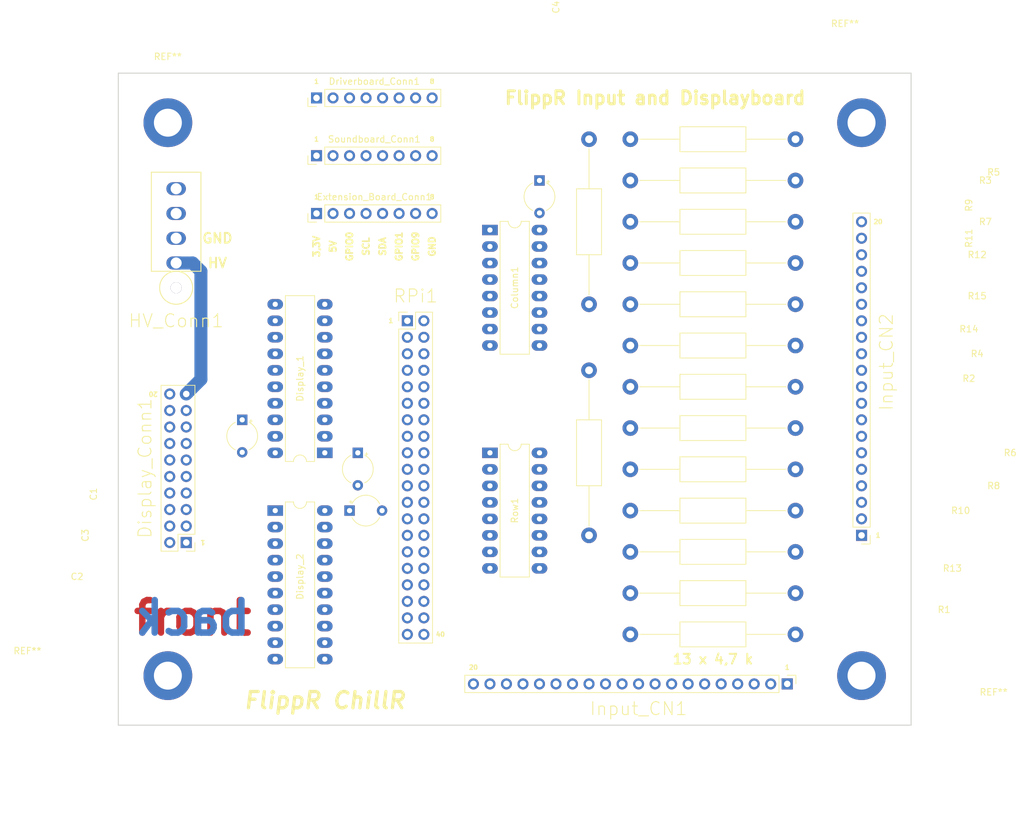
<source format=kicad_pcb>
(kicad_pcb (version 20171130) (host pcbnew 5.0.2-bee76a0~70~ubuntu18.04.1)

  (general
    (thickness 1.6)
    (drawings 33)
    (tracks 5)
    (zones 0)
    (modules 35)
    (nets 101)
  )

  (page A4)
  (layers
    (0 F.Cu signal)
    (31 B.Cu signal)
    (32 B.Adhes user)
    (33 F.Adhes user)
    (34 B.Paste user)
    (35 F.Paste user)
    (36 B.SilkS user)
    (37 F.SilkS user)
    (38 B.Mask user)
    (39 F.Mask user)
    (40 Dwgs.User user)
    (41 Cmts.User user)
    (42 Eco1.User user)
    (43 Eco2.User user)
    (44 Edge.Cuts user)
    (45 Margin user)
    (46 B.CrtYd user)
    (47 F.CrtYd user)
    (48 B.Fab user)
    (49 F.Fab user)
  )

  (setup
    (last_trace_width 0.25)
    (trace_clearance 0.2)
    (zone_clearance 0.508)
    (zone_45_only no)
    (trace_min 0.2)
    (segment_width 0.2)
    (edge_width 0.15)
    (via_size 0.8)
    (via_drill 0.4)
    (via_min_size 0.4)
    (via_min_drill 0.3)
    (uvia_size 0.3)
    (uvia_drill 0.1)
    (uvias_allowed no)
    (uvia_min_size 0.2)
    (uvia_min_drill 0.1)
    (pcb_text_width 0.3)
    (pcb_text_size 1.5 1.5)
    (mod_edge_width 0.15)
    (mod_text_size 1 1)
    (mod_text_width 0.15)
    (pad_size 8.5 8.5)
    (pad_drill 4.1)
    (pad_to_mask_clearance 0.051)
    (solder_mask_min_width 0.25)
    (aux_axis_origin 0 0)
    (visible_elements FFFFFF7F)
    (pcbplotparams
      (layerselection 0x010fc_ffffffff)
      (usegerberextensions false)
      (usegerberattributes false)
      (usegerberadvancedattributes false)
      (creategerberjobfile false)
      (excludeedgelayer true)
      (linewidth 0.100000)
      (plotframeref false)
      (viasonmask false)
      (mode 1)
      (useauxorigin false)
      (hpglpennumber 1)
      (hpglpenspeed 20)
      (hpglpendiameter 15.000000)
      (psnegative false)
      (psa4output false)
      (plotreference true)
      (plotvalue true)
      (plotinvisibletext false)
      (padsonsilk false)
      (subtractmaskfromsilk false)
      (outputformat 1)
      (mirror false)
      (drillshape 1)
      (scaleselection 1)
      (outputdirectory ""))
  )

  (net 0 "")
  (net 1 "Net-(Column1-Pad14)")
  (net 2 +3V3)
  (net 3 "Net-(Column1-Pad5)")
  (net 4 GND)
  (net 5 /Row_4)
  (net 6 "Net-(Column1-Pad2)")
  (net 7 /Row_5)
  (net 8 "Net-(Column1-Pad4)")
  (net 9 /Row_0)
  (net 10 "Net-(Column1-Pad1)")
  (net 11 /Row_2)
  (net 12 "Net-(Column1-Pad12)")
  (net 13 "Net-(Column1-Pad15)")
  (net 14 /Row_1)
  (net 15 "Net-(Column1-Pad13)")
  (net 16 /Row_3)
  (net 17 "Net-(Display_1-Pad11)")
  (net 18 /~S1)
  (net 19 "Net-(Display_1-Pad12)")
  (net 20 /~S2)
  (net 21 "Net-(Display_1-Pad13)")
  (net 22 /~S3)
  (net 23 "Net-(Display_1-Pad14)")
  (net 24 /~S4)
  (net 25 "Net-(Display_1-Pad15)")
  (net 26 /~S5)
  (net 27 "Net-(Display_1-Pad16)")
  (net 28 /~S6)
  (net 29 "Net-(Display_1-Pad17)")
  (net 30 /~RUN)
  (net 31 "Net-(Display_1-Pad18)")
  (net 32 "Net-(Display_1-Pad9)")
  (net 33 +5V)
  (net 34 /~LT)
  (net 35 "Net-(Display_2-Pad18)")
  (net 36 /~D3)
  (net 37 "Net-(Display_2-Pad17)")
  (net 38 /~D2)
  (net 39 "Net-(Display_2-Pad16)")
  (net 40 /~D1)
  (net 41 "Net-(Display_2-Pad15)")
  (net 42 /~D0)
  (net 43 "Net-(Display_2-Pad14)")
  (net 44 /~A2)
  (net 45 "Net-(Display_2-Pad13)")
  (net 46 /~A1)
  (net 47 "Net-(Display_2-Pad12)")
  (net 48 /~A0)
  (net 49 "Net-(Display_2-Pad11)")
  (net 50 "Net-(Column1-Pad9)")
  (net 51 "Net-(Column1-Pad10)")
  (net 52 "Net-(Column1-Pad3)")
  (net 53 "Net-(Column1-Pad11)")
  (net 54 "Net-(Row1-Pad4)")
  (net 55 "Net-(RPi1-Pad8)")
  (net 56 "Net-(RPi1-Pad10)")
  (net 57 "Net-(RPi1-Pad12)")
  (net 58 "Net-(Driverboard_Conn1-Pad5)")
  (net 59 "Net-(Driverboard_Conn1-Pad4)")
  (net 60 "Net-(RPi1-Pad19)")
  (net 61 "Net-(Display_Conn1-Pad15)")
  (net 62 "Net-(Display_Conn1-Pad19)")
  (net 63 "Net-(Display_Conn1-Pad20)")
  (net 64 "Net-(Input_CN2-Pad1)")
  (net 65 "Net-(Input_CN2-Pad2)")
  (net 66 "Net-(Input_CN2-Pad8)")
  (net 67 "Net-(Input_CN2-Pad9)")
  (net 68 "Net-(Input_CN2-Pad18)")
  (net 69 "Net-(Input_CN2-Pad19)")
  (net 70 "Net-(Input_CN2-Pad20)")
  (net 71 "Net-(Input_CN1-Pad20)")
  (net 72 "Net-(Input_CN1-Pad19)")
  (net 73 "Net-(Input_CN1-Pad18)")
  (net 74 "Net-(Input_CN1-Pad17)")
  (net 75 "Net-(Input_CN1-Pad16)")
  (net 76 "Net-(Input_CN1-Pad15)")
  (net 77 "Net-(Input_CN1-Pad14)")
  (net 78 "Net-(Input_CN1-Pad13)")
  (net 79 "Net-(Input_CN1-Pad12)")
  (net 80 "Net-(Input_CN1-Pad11)")
  (net 81 "Net-(Input_CN1-Pad10)")
  (net 82 "Net-(Input_CN1-Pad9)")
  (net 83 "Net-(Input_CN1-Pad8)")
  (net 84 "Net-(Input_CN1-Pad5)")
  (net 85 "Net-(Input_CN1-Pad4)")
  (net 86 "Net-(Input_CN1-Pad3)")
  (net 87 "Net-(Input_CN1-Pad2)")
  (net 88 "Net-(Input_CN1-Pad1)")
  (net 89 "Net-(Extension_Board_Conn1-Pad3)")
  (net 90 "Net-(Extension_Board_Conn1-Pad6)")
  (net 91 "Net-(Extension_Board_Conn1-Pad7)")
  (net 92 "Net-(Driverboard_Conn1-Pad7)")
  (net 93 "Net-(Driverboard_Conn1-Pad6)")
  (net 94 "Net-(Driverboard_Conn1-Pad3)")
  (net 95 "Net-(Soundboard_Conn1-Pad3)")
  (net 96 "Net-(Soundboard_Conn1-Pad6)")
  (net 97 "Net-(Soundboard_Conn1-Pad7)")
  (net 98 /5.6V)
  (net 99 /PowerFailure)
  (net 100 +5C)

  (net_class Default "This is the default net class."
    (clearance 0.2)
    (trace_width 0.25)
    (via_dia 0.8)
    (via_drill 0.4)
    (uvia_dia 0.3)
    (uvia_drill 0.1)
    (add_net +3V3)
    (add_net +5C)
    (add_net +5V)
    (add_net /5.6V)
    (add_net /PowerFailure)
    (add_net /Row_0)
    (add_net /Row_1)
    (add_net /Row_2)
    (add_net /Row_3)
    (add_net /Row_4)
    (add_net /Row_5)
    (add_net /~A0)
    (add_net /~A1)
    (add_net /~A2)
    (add_net /~D0)
    (add_net /~D1)
    (add_net /~D2)
    (add_net /~D3)
    (add_net /~LT)
    (add_net /~RUN)
    (add_net /~S1)
    (add_net /~S2)
    (add_net /~S3)
    (add_net /~S4)
    (add_net /~S5)
    (add_net /~S6)
    (add_net GND)
    (add_net "Net-(Column1-Pad1)")
    (add_net "Net-(Column1-Pad10)")
    (add_net "Net-(Column1-Pad11)")
    (add_net "Net-(Column1-Pad12)")
    (add_net "Net-(Column1-Pad13)")
    (add_net "Net-(Column1-Pad14)")
    (add_net "Net-(Column1-Pad15)")
    (add_net "Net-(Column1-Pad2)")
    (add_net "Net-(Column1-Pad3)")
    (add_net "Net-(Column1-Pad4)")
    (add_net "Net-(Column1-Pad5)")
    (add_net "Net-(Column1-Pad9)")
    (add_net "Net-(Display_1-Pad11)")
    (add_net "Net-(Display_1-Pad12)")
    (add_net "Net-(Display_1-Pad13)")
    (add_net "Net-(Display_1-Pad14)")
    (add_net "Net-(Display_1-Pad15)")
    (add_net "Net-(Display_1-Pad16)")
    (add_net "Net-(Display_1-Pad17)")
    (add_net "Net-(Display_1-Pad18)")
    (add_net "Net-(Display_1-Pad9)")
    (add_net "Net-(Display_2-Pad11)")
    (add_net "Net-(Display_2-Pad12)")
    (add_net "Net-(Display_2-Pad13)")
    (add_net "Net-(Display_2-Pad14)")
    (add_net "Net-(Display_2-Pad15)")
    (add_net "Net-(Display_2-Pad16)")
    (add_net "Net-(Display_2-Pad17)")
    (add_net "Net-(Display_2-Pad18)")
    (add_net "Net-(Display_Conn1-Pad15)")
    (add_net "Net-(Display_Conn1-Pad19)")
    (add_net "Net-(Display_Conn1-Pad20)")
    (add_net "Net-(Driverboard_Conn1-Pad3)")
    (add_net "Net-(Driverboard_Conn1-Pad4)")
    (add_net "Net-(Driverboard_Conn1-Pad5)")
    (add_net "Net-(Driverboard_Conn1-Pad6)")
    (add_net "Net-(Driverboard_Conn1-Pad7)")
    (add_net "Net-(Extension_Board_Conn1-Pad3)")
    (add_net "Net-(Extension_Board_Conn1-Pad6)")
    (add_net "Net-(Extension_Board_Conn1-Pad7)")
    (add_net "Net-(Input_CN1-Pad1)")
    (add_net "Net-(Input_CN1-Pad10)")
    (add_net "Net-(Input_CN1-Pad11)")
    (add_net "Net-(Input_CN1-Pad12)")
    (add_net "Net-(Input_CN1-Pad13)")
    (add_net "Net-(Input_CN1-Pad14)")
    (add_net "Net-(Input_CN1-Pad15)")
    (add_net "Net-(Input_CN1-Pad16)")
    (add_net "Net-(Input_CN1-Pad17)")
    (add_net "Net-(Input_CN1-Pad18)")
    (add_net "Net-(Input_CN1-Pad19)")
    (add_net "Net-(Input_CN1-Pad2)")
    (add_net "Net-(Input_CN1-Pad20)")
    (add_net "Net-(Input_CN1-Pad3)")
    (add_net "Net-(Input_CN1-Pad4)")
    (add_net "Net-(Input_CN1-Pad5)")
    (add_net "Net-(Input_CN1-Pad8)")
    (add_net "Net-(Input_CN1-Pad9)")
    (add_net "Net-(Input_CN2-Pad1)")
    (add_net "Net-(Input_CN2-Pad18)")
    (add_net "Net-(Input_CN2-Pad19)")
    (add_net "Net-(Input_CN2-Pad2)")
    (add_net "Net-(Input_CN2-Pad20)")
    (add_net "Net-(Input_CN2-Pad8)")
    (add_net "Net-(Input_CN2-Pad9)")
    (add_net "Net-(RPi1-Pad10)")
    (add_net "Net-(RPi1-Pad12)")
    (add_net "Net-(RPi1-Pad19)")
    (add_net "Net-(RPi1-Pad8)")
    (add_net "Net-(Row1-Pad4)")
    (add_net "Net-(Soundboard_Conn1-Pad3)")
    (add_net "Net-(Soundboard_Conn1-Pad6)")
    (add_net "Net-(Soundboard_Conn1-Pad7)")
  )

  (module Capacitor_THT:CP_Radial_Tantal_D4.5mm_P5.00mm (layer F.Cu) (tedit 5AE50EF0) (tstamp 5C65C79A)
    (at 120.65 104.14 270)
    (descr "CP, Radial_Tantal series, Radial, pin pitch=5.00mm, , diameter=4.5mm, Tantal Electrolytic Capacitor, http://cdn-reichelt.de/documents/datenblatt/B300/TANTAL-TB-Serie%23.pdf")
    (tags "CP Radial_Tantal series Radial pin pitch 5.00mm  diameter 4.5mm Tantal Electrolytic Capacitor")
    (path /5C658A9E)
    (fp_text reference C1 (at 6.35 40.64 270) (layer F.SilkS)
      (effects (font (size 1 1) (thickness 0.15)))
    )
    (fp_text value C_Small (at 2.5 3.5 270) (layer F.Fab)
      (effects (font (size 1 1) (thickness 0.15)))
    )
    (fp_text user %R (at 2.5 0 270) (layer F.Fab)
      (effects (font (size 0.9 0.9) (thickness 0.135)))
    )
    (fp_line (start 0.187712 -1.56) (end 0.187712 -1.11) (layer F.SilkS) (width 0.12))
    (fp_line (start -0.037288 -1.335) (end 0.412712 -1.335) (layer F.SilkS) (width 0.12))
    (fp_line (start 0.80692 -1.2025) (end 0.80692 -0.7525) (layer F.Fab) (width 0.1))
    (fp_line (start 0.58192 -0.9775) (end 1.03192 -0.9775) (layer F.Fab) (width 0.1))
    (fp_circle (center 2.5 0) (end 6.22 0) (layer F.CrtYd) (width 0.05))
    (fp_circle (center 2.5 0) (end 4.75 0) (layer F.Fab) (width 0.1))
    (fp_arc (start 2.5 0) (end 0.380259 1.06) (angle -126.864288) (layer F.SilkS) (width 0.12))
    (fp_arc (start 2.5 0) (end 0.380259 -1.06) (angle 126.864288) (layer F.SilkS) (width 0.12))
    (pad 2 thru_hole circle (at 5 0 270) (size 1.6 1.6) (drill 0.8) (layers *.Cu *.Mask)
      (net 4 GND))
    (pad 1 thru_hole rect (at 0 0 270) (size 1.6 1.6) (drill 0.8) (layers *.Cu *.Mask)
      (net 2 +3V3))
    (model ${KISYS3DMOD}/Capacitor_THT.3dshapes/CP_Radial_Tantal_D4.5mm_P5.00mm.wrl
      (at (xyz 0 0 0))
      (scale (xyz 1 1 1))
      (rotate (xyz 0 0 0))
    )
  )

  (module Capacitor_THT:CP_Radial_Tantal_D4.5mm_P5.00mm (layer F.Cu) (tedit 5AE50EF0) (tstamp 5C65C78B)
    (at 119.38 113.03)
    (descr "CP, Radial_Tantal series, Radial, pin pitch=5.00mm, , diameter=4.5mm, Tantal Electrolytic Capacitor, http://cdn-reichelt.de/documents/datenblatt/B300/TANTAL-TB-Serie%23.pdf")
    (tags "CP Radial_Tantal series Radial pin pitch 5.00mm  diameter 4.5mm Tantal Electrolytic Capacitor")
    (path /5C68B326)
    (fp_text reference C2 (at -41.91 10.16) (layer F.SilkS)
      (effects (font (size 1 1) (thickness 0.15)))
    )
    (fp_text value C_Small (at 2.5 3.5) (layer F.Fab)
      (effects (font (size 1 1) (thickness 0.15)))
    )
    (fp_arc (start 2.5 0) (end 0.380259 -1.06) (angle 126.864288) (layer F.SilkS) (width 0.12))
    (fp_arc (start 2.5 0) (end 0.380259 1.06) (angle -126.864288) (layer F.SilkS) (width 0.12))
    (fp_circle (center 2.5 0) (end 4.75 0) (layer F.Fab) (width 0.1))
    (fp_circle (center 2.5 0) (end 6.22 0) (layer F.CrtYd) (width 0.05))
    (fp_line (start 0.58192 -0.9775) (end 1.03192 -0.9775) (layer F.Fab) (width 0.1))
    (fp_line (start 0.80692 -1.2025) (end 0.80692 -0.7525) (layer F.Fab) (width 0.1))
    (fp_line (start -0.037288 -1.335) (end 0.412712 -1.335) (layer F.SilkS) (width 0.12))
    (fp_line (start 0.187712 -1.56) (end 0.187712 -1.11) (layer F.SilkS) (width 0.12))
    (fp_text user %R (at 2.5 0) (layer F.Fab)
      (effects (font (size 0.9 0.9) (thickness 0.135)))
    )
    (pad 1 thru_hole rect (at 0 0) (size 1.6 1.6) (drill 0.8) (layers *.Cu *.Mask)
      (net 33 +5V))
    (pad 2 thru_hole circle (at 5 0) (size 1.6 1.6) (drill 0.8) (layers *.Cu *.Mask)
      (net 4 GND))
    (model ${KISYS3DMOD}/Capacitor_THT.3dshapes/CP_Radial_Tantal_D4.5mm_P5.00mm.wrl
      (at (xyz 0 0 0))
      (scale (xyz 1 1 1))
      (rotate (xyz 0 0 0))
    )
  )

  (module Capacitor_THT:CP_Radial_Tantal_D4.5mm_P5.00mm (layer F.Cu) (tedit 5AE50EF0) (tstamp 5C65C77C)
    (at 102.87 99.06 270)
    (descr "CP, Radial_Tantal series, Radial, pin pitch=5.00mm, , diameter=4.5mm, Tantal Electrolytic Capacitor, http://cdn-reichelt.de/documents/datenblatt/B300/TANTAL-TB-Serie%23.pdf")
    (tags "CP Radial_Tantal series Radial pin pitch 5.00mm  diameter 4.5mm Tantal Electrolytic Capacitor")
    (path /5C68C137)
    (fp_text reference C3 (at 17.78 24.13 270) (layer F.SilkS)
      (effects (font (size 1 1) (thickness 0.15)))
    )
    (fp_text value C_Small (at 2.5 3.5 270) (layer F.Fab)
      (effects (font (size 1 1) (thickness 0.15)))
    )
    (fp_text user %R (at 2.5 0 270) (layer F.Fab)
      (effects (font (size 0.9 0.9) (thickness 0.135)))
    )
    (fp_line (start 0.187712 -1.56) (end 0.187712 -1.11) (layer F.SilkS) (width 0.12))
    (fp_line (start -0.037288 -1.335) (end 0.412712 -1.335) (layer F.SilkS) (width 0.12))
    (fp_line (start 0.80692 -1.2025) (end 0.80692 -0.7525) (layer F.Fab) (width 0.1))
    (fp_line (start 0.58192 -0.9775) (end 1.03192 -0.9775) (layer F.Fab) (width 0.1))
    (fp_circle (center 2.5 0) (end 6.22 0) (layer F.CrtYd) (width 0.05))
    (fp_circle (center 2.5 0) (end 4.75 0) (layer F.Fab) (width 0.1))
    (fp_arc (start 2.5 0) (end 0.380259 1.06) (angle -126.864288) (layer F.SilkS) (width 0.12))
    (fp_arc (start 2.5 0) (end 0.380259 -1.06) (angle 126.864288) (layer F.SilkS) (width 0.12))
    (pad 2 thru_hole circle (at 5 0 270) (size 1.6 1.6) (drill 0.8) (layers *.Cu *.Mask)
      (net 2 +3V3))
    (pad 1 thru_hole rect (at 0 0 270) (size 1.6 1.6) (drill 0.8) (layers *.Cu *.Mask)
      (net 4 GND))
    (model ${KISYS3DMOD}/Capacitor_THT.3dshapes/CP_Radial_Tantal_D4.5mm_P5.00mm.wrl
      (at (xyz 0 0 0))
      (scale (xyz 1 1 1))
      (rotate (xyz 0 0 0))
    )
  )

  (module Capacitor_THT:CP_Radial_Tantal_D4.5mm_P5.00mm (layer F.Cu) (tedit 5AE50EF0) (tstamp 5C65C76D)
    (at 148.59 62.23 270)
    (descr "CP, Radial_Tantal series, Radial, pin pitch=5.00mm, , diameter=4.5mm, Tantal Electrolytic Capacitor, http://cdn-reichelt.de/documents/datenblatt/B300/TANTAL-TB-Serie%23.pdf")
    (tags "CP Radial_Tantal series Radial pin pitch 5.00mm  diameter 4.5mm Tantal Electrolytic Capacitor")
    (path /5C68BCD2)
    (fp_text reference C4 (at -26.67 -2.54 270) (layer F.SilkS)
      (effects (font (size 1 1) (thickness 0.15)))
    )
    (fp_text value C_Small (at 2.5 3.5 270) (layer F.Fab)
      (effects (font (size 1 1) (thickness 0.15)))
    )
    (fp_arc (start 2.5 0) (end 0.380259 -1.06) (angle 126.864288) (layer F.SilkS) (width 0.12))
    (fp_arc (start 2.5 0) (end 0.380259 1.06) (angle -126.864288) (layer F.SilkS) (width 0.12))
    (fp_circle (center 2.5 0) (end 4.75 0) (layer F.Fab) (width 0.1))
    (fp_circle (center 2.5 0) (end 6.22 0) (layer F.CrtYd) (width 0.05))
    (fp_line (start 0.58192 -0.9775) (end 1.03192 -0.9775) (layer F.Fab) (width 0.1))
    (fp_line (start 0.80692 -1.2025) (end 0.80692 -0.7525) (layer F.Fab) (width 0.1))
    (fp_line (start -0.037288 -1.335) (end 0.412712 -1.335) (layer F.SilkS) (width 0.12))
    (fp_line (start 0.187712 -1.56) (end 0.187712 -1.11) (layer F.SilkS) (width 0.12))
    (fp_text user %R (at 2.5 0 270) (layer F.Fab)
      (effects (font (size 0.9 0.9) (thickness 0.135)))
    )
    (pad 1 thru_hole rect (at 0 0 270) (size 1.6 1.6) (drill 0.8) (layers *.Cu *.Mask)
      (net 4 GND))
    (pad 2 thru_hole circle (at 5 0 270) (size 1.6 1.6) (drill 0.8) (layers *.Cu *.Mask)
      (net 2 +3V3))
    (model ${KISYS3DMOD}/Capacitor_THT.3dshapes/CP_Radial_Tantal_D4.5mm_P5.00mm.wrl
      (at (xyz 0 0 0))
      (scale (xyz 1 1 1))
      (rotate (xyz 0 0 0))
    )
  )

  (module Connector:Dicker170V_Conn (layer F.Cu) (tedit 5C536FA3) (tstamp 5C54E2C5)
    (at 92.71 71.12)
    (path /5C566356)
    (fp_text reference HV_Conn1 (at 0 12.7) (layer F.SilkS)
      (effects (font (size 2 2) (thickness 0.15)))
    )
    (fp_text value Conn_01x04_Male (at -20.32 -6.35) (layer F.Fab)
      (effects (font (size 1 1) (thickness 0.15)))
    )
    (fp_line (start -3.81 5.08) (end -3.81 -10.16) (layer F.Fab) (width 0.15))
    (fp_line (start -3.81 -10.16) (end 3.81 -10.16) (layer F.Fab) (width 0.15))
    (fp_line (start 3.81 -10.16) (end 3.81 5.08) (layer F.Fab) (width 0.15))
    (fp_line (start -3.81 5.08) (end 3.81 5.08) (layer F.Fab) (width 0.15))
    (fp_circle (center 0 7.62) (end 2.55 7.62) (layer F.Fab) (width 0.15))
    (fp_line (start -3.81 -10.16) (end -3.81 5.08) (layer F.SilkS) (width 0.15))
    (fp_line (start -3.81 5.08) (end 3.81 5.08) (layer F.SilkS) (width 0.15))
    (fp_line (start 3.81 5.08) (end 3.81 -10.16) (layer F.SilkS) (width 0.15))
    (fp_line (start 3.81 -10.16) (end -3.81 -10.16) (layer F.SilkS) (width 0.15))
    (fp_circle (center 0 7.62) (end 2.54 7.62) (layer F.SilkS) (width 0.15))
    (pad 2 thru_hole oval (at 0 0) (size 3 2) (drill 1.7) (layers *.Cu *.Mask)
      (net 4 GND))
    (pad 4 thru_hole oval (at 0 -7.62) (size 3 2) (drill 1.7) (layers *.Cu *.Mask)
      (net 98 /5.6V))
    (pad 3 thru_hole oval (at 0 -3.81) (size 3 2) (drill 1.7) (layers *.Cu *.Mask)
      (net 99 /PowerFailure))
    (pad 1 thru_hole oval (at 0 3.81) (size 3 2) (drill 1.7) (layers *.Cu *.Mask)
      (net 62 "Net-(Display_Conn1-Pad19)"))
    (pad 0 thru_hole oval (at 0 7.62) (size 1.7 1.7) (drill 1.7) (layers *.Cu *.Mask))
  )

  (module Connector_PinHeader_2.54mm:PinHeader_1x08_P2.54mm_Vertical (layer F.Cu) (tedit 5C536F6B) (tstamp 5C54E2B2)
    (at 114.3 58.42 90)
    (descr "Through hole straight pin header, 1x08, 2.54mm pitch, single row")
    (tags "Through hole pin header THT 1x08 2.54mm single row")
    (path /5C4A6D5D)
    (fp_text reference Soundboard_Conn1 (at 2.54 8.89 180) (layer F.SilkS)
      (effects (font (size 1 1) (thickness 0.15)))
    )
    (fp_text value Conn_01x08 (at 0 20.11 90) (layer F.Fab)
      (effects (font (size 1 1) (thickness 0.15)))
    )
    (fp_line (start -0.635 -1.27) (end 1.27 -1.27) (layer F.Fab) (width 0.1))
    (fp_line (start 1.27 -1.27) (end 1.27 19.05) (layer F.Fab) (width 0.1))
    (fp_line (start 1.27 19.05) (end -1.27 19.05) (layer F.Fab) (width 0.1))
    (fp_line (start -1.27 19.05) (end -1.27 -0.635) (layer F.Fab) (width 0.1))
    (fp_line (start -1.27 -0.635) (end -0.635 -1.27) (layer F.Fab) (width 0.1))
    (fp_line (start -1.33 19.11) (end 1.33 19.11) (layer F.SilkS) (width 0.12))
    (fp_line (start -1.33 1.27) (end -1.33 19.11) (layer F.SilkS) (width 0.12))
    (fp_line (start 1.33 1.27) (end 1.33 19.11) (layer F.SilkS) (width 0.12))
    (fp_line (start -1.33 1.27) (end 1.33 1.27) (layer F.SilkS) (width 0.12))
    (fp_line (start -1.33 0) (end -1.33 -1.33) (layer F.SilkS) (width 0.12))
    (fp_line (start -1.33 -1.33) (end 0 -1.33) (layer F.SilkS) (width 0.12))
    (fp_line (start -1.8 -1.8) (end -1.8 19.55) (layer F.CrtYd) (width 0.05))
    (fp_line (start -1.8 19.55) (end 1.8 19.55) (layer F.CrtYd) (width 0.05))
    (fp_line (start 1.8 19.55) (end 1.8 -1.8) (layer F.CrtYd) (width 0.05))
    (fp_line (start 1.8 -1.8) (end -1.8 -1.8) (layer F.CrtYd) (width 0.05))
    (fp_text user %R (at 0 8.89 180) (layer F.Fab)
      (effects (font (size 1 1) (thickness 0.15)))
    )
    (pad 1 thru_hole rect (at 0 0 90) (size 1.7 1.7) (drill 1) (layers *.Cu *.Mask)
      (net 2 +3V3))
    (pad 2 thru_hole oval (at 0 2.54 90) (size 1.7 1.7) (drill 1) (layers *.Cu *.Mask)
      (net 33 +5V))
    (pad 3 thru_hole oval (at 0 5.08 90) (size 1.7 1.7) (drill 1) (layers *.Cu *.Mask)
      (net 95 "Net-(Soundboard_Conn1-Pad3)"))
    (pad 4 thru_hole oval (at 0 7.62 90) (size 1.7 1.7) (drill 1) (layers *.Cu *.Mask)
      (net 59 "Net-(Driverboard_Conn1-Pad4)"))
    (pad 5 thru_hole oval (at 0 10.16 90) (size 1.7 1.7) (drill 1) (layers *.Cu *.Mask)
      (net 58 "Net-(Driverboard_Conn1-Pad5)"))
    (pad 6 thru_hole oval (at 0 12.7 90) (size 1.7 1.7) (drill 1) (layers *.Cu *.Mask)
      (net 96 "Net-(Soundboard_Conn1-Pad6)"))
    (pad 7 thru_hole oval (at 0 15.24 90) (size 1.7 1.7) (drill 1) (layers *.Cu *.Mask)
      (net 97 "Net-(Soundboard_Conn1-Pad7)"))
    (pad 8 thru_hole oval (at 0 17.78 90) (size 1.7 1.7) (drill 1) (layers *.Cu *.Mask)
      (net 4 GND))
    (model ${KISYS3DMOD}/Connector_PinHeader_2.54mm.3dshapes/PinHeader_1x08_P2.54mm_Vertical.wrl
      (at (xyz 0 0 0))
      (scale (xyz 1 1 1))
      (rotate (xyz 0 0 0))
    )
  )

  (module Connector_PinHeader_2.54mm:PinHeader_1x08_P2.54mm_Vertical (layer F.Cu) (tedit 5C536F7A) (tstamp 5C54E296)
    (at 114.3 49.53 90)
    (descr "Through hole straight pin header, 1x08, 2.54mm pitch, single row")
    (tags "Through hole pin header THT 1x08 2.54mm single row")
    (path /5C4A7039)
    (fp_text reference Driverboard_Conn1 (at 2.54 8.89 180) (layer F.SilkS)
      (effects (font (size 1 1) (thickness 0.15)))
    )
    (fp_text value Conn_01x08 (at 0 20.11 90) (layer F.Fab)
      (effects (font (size 1 1) (thickness 0.15)))
    )
    (fp_text user %R (at 0 8.89 180) (layer F.Fab)
      (effects (font (size 1 1) (thickness 0.15)))
    )
    (fp_line (start 1.8 -1.8) (end -1.8 -1.8) (layer F.CrtYd) (width 0.05))
    (fp_line (start 1.8 19.55) (end 1.8 -1.8) (layer F.CrtYd) (width 0.05))
    (fp_line (start -1.8 19.55) (end 1.8 19.55) (layer F.CrtYd) (width 0.05))
    (fp_line (start -1.8 -1.8) (end -1.8 19.55) (layer F.CrtYd) (width 0.05))
    (fp_line (start -1.33 -1.33) (end 0 -1.33) (layer F.SilkS) (width 0.12))
    (fp_line (start -1.33 0) (end -1.33 -1.33) (layer F.SilkS) (width 0.12))
    (fp_line (start -1.33 1.27) (end 1.33 1.27) (layer F.SilkS) (width 0.12))
    (fp_line (start 1.33 1.27) (end 1.33 19.11) (layer F.SilkS) (width 0.12))
    (fp_line (start -1.33 1.27) (end -1.33 19.11) (layer F.SilkS) (width 0.12))
    (fp_line (start -1.33 19.11) (end 1.33 19.11) (layer F.SilkS) (width 0.12))
    (fp_line (start -1.27 -0.635) (end -0.635 -1.27) (layer F.Fab) (width 0.1))
    (fp_line (start -1.27 19.05) (end -1.27 -0.635) (layer F.Fab) (width 0.1))
    (fp_line (start 1.27 19.05) (end -1.27 19.05) (layer F.Fab) (width 0.1))
    (fp_line (start 1.27 -1.27) (end 1.27 19.05) (layer F.Fab) (width 0.1))
    (fp_line (start -0.635 -1.27) (end 1.27 -1.27) (layer F.Fab) (width 0.1))
    (pad 8 thru_hole oval (at 0 17.78 90) (size 1.7 1.7) (drill 1) (layers *.Cu *.Mask)
      (net 4 GND))
    (pad 7 thru_hole oval (at 0 15.24 90) (size 1.7 1.7) (drill 1) (layers *.Cu *.Mask)
      (net 92 "Net-(Driverboard_Conn1-Pad7)"))
    (pad 6 thru_hole oval (at 0 12.7 90) (size 1.7 1.7) (drill 1) (layers *.Cu *.Mask)
      (net 93 "Net-(Driverboard_Conn1-Pad6)"))
    (pad 5 thru_hole oval (at 0 10.16 90) (size 1.7 1.7) (drill 1) (layers *.Cu *.Mask)
      (net 58 "Net-(Driverboard_Conn1-Pad5)"))
    (pad 4 thru_hole oval (at 0 7.62 90) (size 1.7 1.7) (drill 1) (layers *.Cu *.Mask)
      (net 59 "Net-(Driverboard_Conn1-Pad4)"))
    (pad 3 thru_hole oval (at 0 5.08 90) (size 1.7 1.7) (drill 1) (layers *.Cu *.Mask)
      (net 94 "Net-(Driverboard_Conn1-Pad3)"))
    (pad 2 thru_hole oval (at 0 2.54 90) (size 1.7 1.7) (drill 1) (layers *.Cu *.Mask)
      (net 33 +5V))
    (pad 1 thru_hole rect (at 0 0 90) (size 1.7 1.7) (drill 1) (layers *.Cu *.Mask)
      (net 2 +3V3))
    (model ${KISYS3DMOD}/Connector_PinHeader_2.54mm.3dshapes/PinHeader_1x08_P2.54mm_Vertical.wrl
      (at (xyz 0 0 0))
      (scale (xyz 1 1 1))
      (rotate (xyz 0 0 0))
    )
  )

  (module Connector_PinHeader_2.54mm:PinHeader_1x08_P2.54mm_Vertical (layer F.Cu) (tedit 5C536EFF) (tstamp 5C54E27A)
    (at 114.3 67.31 90)
    (descr "Through hole straight pin header, 1x08, 2.54mm pitch, single row")
    (tags "Through hole pin header THT 1x08 2.54mm single row")
    (path /5C5DD701)
    (fp_text reference Extension_Board_Conn1 (at 2.54 8.89 180) (layer F.SilkS)
      (effects (font (size 1 1) (thickness 0.15)))
    )
    (fp_text value Conn_01x08 (at 0 20.11 90) (layer F.Fab)
      (effects (font (size 1 1) (thickness 0.15)))
    )
    (fp_line (start -0.635 -1.27) (end 1.27 -1.27) (layer F.Fab) (width 0.1))
    (fp_line (start 1.27 -1.27) (end 1.27 19.05) (layer F.Fab) (width 0.1))
    (fp_line (start 1.27 19.05) (end -1.27 19.05) (layer F.Fab) (width 0.1))
    (fp_line (start -1.27 19.05) (end -1.27 -0.635) (layer F.Fab) (width 0.1))
    (fp_line (start -1.27 -0.635) (end -0.635 -1.27) (layer F.Fab) (width 0.1))
    (fp_line (start -1.33 19.11) (end 1.33 19.11) (layer F.SilkS) (width 0.12))
    (fp_line (start -1.33 1.27) (end -1.33 19.11) (layer F.SilkS) (width 0.12))
    (fp_line (start 1.33 1.27) (end 1.33 19.11) (layer F.SilkS) (width 0.12))
    (fp_line (start -1.33 1.27) (end 1.33 1.27) (layer F.SilkS) (width 0.12))
    (fp_line (start -1.33 0) (end -1.33 -1.33) (layer F.SilkS) (width 0.12))
    (fp_line (start -1.33 -1.33) (end 0 -1.33) (layer F.SilkS) (width 0.12))
    (fp_line (start -1.8 -1.8) (end -1.8 19.55) (layer F.CrtYd) (width 0.05))
    (fp_line (start -1.8 19.55) (end 1.8 19.55) (layer F.CrtYd) (width 0.05))
    (fp_line (start 1.8 19.55) (end 1.8 -1.8) (layer F.CrtYd) (width 0.05))
    (fp_line (start 1.8 -1.8) (end -1.8 -1.8) (layer F.CrtYd) (width 0.05))
    (fp_text user %R (at 6.35 30.48 180) (layer F.Fab)
      (effects (font (size 1 1) (thickness 0.15)))
    )
    (pad 1 thru_hole rect (at 0 0 90) (size 1.7 1.7) (drill 1) (layers *.Cu *.Mask)
      (net 2 +3V3))
    (pad 2 thru_hole oval (at 0 2.54 90) (size 1.7 1.7) (drill 1) (layers *.Cu *.Mask)
      (net 100 +5C))
    (pad 3 thru_hole oval (at 0 5.08 90) (size 1.7 1.7) (drill 1) (layers *.Cu *.Mask)
      (net 89 "Net-(Extension_Board_Conn1-Pad3)"))
    (pad 4 thru_hole oval (at 0 7.62 90) (size 1.7 1.7) (drill 1) (layers *.Cu *.Mask)
      (net 59 "Net-(Driverboard_Conn1-Pad4)"))
    (pad 5 thru_hole oval (at 0 10.16 90) (size 1.7 1.7) (drill 1) (layers *.Cu *.Mask)
      (net 58 "Net-(Driverboard_Conn1-Pad5)"))
    (pad 6 thru_hole oval (at 0 12.7 90) (size 1.7 1.7) (drill 1) (layers *.Cu *.Mask)
      (net 90 "Net-(Extension_Board_Conn1-Pad6)"))
    (pad 7 thru_hole oval (at 0 15.24 90) (size 1.7 1.7) (drill 1) (layers *.Cu *.Mask)
      (net 91 "Net-(Extension_Board_Conn1-Pad7)"))
    (pad 8 thru_hole oval (at 0 17.78 90) (size 1.7 1.7) (drill 1) (layers *.Cu *.Mask)
      (net 4 GND))
    (model ${KISYS3DMOD}/Connector_PinHeader_2.54mm.3dshapes/PinHeader_1x08_P2.54mm_Vertical.wrl
      (at (xyz 0 0 0))
      (scale (xyz 1 1 1))
      (rotate (xyz 0 0 0))
    )
  )

  (module Connector_PinHeader_2.54mm:PinHeader_2x10_P2.54mm_Vertical (layer F.Cu) (tedit 5C536F9F) (tstamp 5C54E20E)
    (at 94.2652 117.947 180)
    (descr "Through hole straight pin header, 2x10, 2.54mm pitch, double rows")
    (tags "Through hole pin header THT 2x10 2.54mm double row")
    (path /5C4A4311)
    (fp_text reference Display_Conn1 (at 6.35 11.43 270) (layer F.SilkS)
      (effects (font (size 2 2) (thickness 0.15)))
    )
    (fp_text value Conn_02x10_Odd_Even (at -24.13 13.97 180) (layer F.Fab)
      (effects (font (size 1 1) (thickness 0.15)))
    )
    (fp_line (start 0 -1.27) (end 3.81 -1.27) (layer F.Fab) (width 0.1))
    (fp_line (start 3.81 -1.27) (end 3.81 24.13) (layer F.Fab) (width 0.1))
    (fp_line (start 3.81 24.13) (end -1.27 24.13) (layer F.Fab) (width 0.1))
    (fp_line (start -1.27 24.13) (end -1.27 0) (layer F.Fab) (width 0.1))
    (fp_line (start -1.27 0) (end 0 -1.27) (layer F.Fab) (width 0.1))
    (fp_line (start -1.33 24.19) (end 3.87 24.19) (layer F.SilkS) (width 0.12))
    (fp_line (start -1.33 1.27) (end -1.33 24.19) (layer F.SilkS) (width 0.12))
    (fp_line (start 3.87 -1.33) (end 3.87 24.19) (layer F.SilkS) (width 0.12))
    (fp_line (start -1.33 1.27) (end 1.27 1.27) (layer F.SilkS) (width 0.12))
    (fp_line (start 1.27 1.27) (end 1.27 -1.33) (layer F.SilkS) (width 0.12))
    (fp_line (start 1.27 -1.33) (end 3.87 -1.33) (layer F.SilkS) (width 0.12))
    (fp_line (start -1.33 0) (end -1.33 -1.33) (layer F.SilkS) (width 0.12))
    (fp_line (start -1.33 -1.33) (end 0 -1.33) (layer F.SilkS) (width 0.12))
    (fp_line (start -1.8 -1.8) (end -1.8 24.65) (layer F.CrtYd) (width 0.05))
    (fp_line (start -1.8 24.65) (end 4.35 24.65) (layer F.CrtYd) (width 0.05))
    (fp_line (start 4.35 24.65) (end 4.35 -1.8) (layer F.CrtYd) (width 0.05))
    (fp_line (start 4.35 -1.8) (end -1.8 -1.8) (layer F.CrtYd) (width 0.05))
    (fp_text user %R (at 1.27 11.43 270) (layer F.Fab)
      (effects (font (size 1 1) (thickness 0.15)))
    )
    (pad 1 thru_hole rect (at 0 0 180) (size 1.7 1.7) (drill 1) (layers *.Cu *.Mask)
      (net 41 "Net-(Display_2-Pad15)"))
    (pad 2 thru_hole oval (at 2.54 0 180) (size 1.7 1.7) (drill 1) (layers *.Cu *.Mask)
      (net 19 "Net-(Display_1-Pad12)"))
    (pad 3 thru_hole oval (at 0 2.54 180) (size 1.7 1.7) (drill 1) (layers *.Cu *.Mask)
      (net 45 "Net-(Display_2-Pad13)"))
    (pad 4 thru_hole oval (at 2.54 2.54 180) (size 1.7 1.7) (drill 1) (layers *.Cu *.Mask)
      (net 43 "Net-(Display_2-Pad14)"))
    (pad 5 thru_hole oval (at 0 5.08 180) (size 1.7 1.7) (drill 1) (layers *.Cu *.Mask)
      (net 49 "Net-(Display_2-Pad11)"))
    (pad 6 thru_hole oval (at 2.54 5.08 180) (size 1.7 1.7) (drill 1) (layers *.Cu *.Mask)
      (net 47 "Net-(Display_2-Pad12)"))
    (pad 7 thru_hole oval (at 0 7.62 180) (size 1.7 1.7) (drill 1) (layers *.Cu *.Mask)
      (net 37 "Net-(Display_2-Pad17)"))
    (pad 8 thru_hole oval (at 2.54 7.62 180) (size 1.7 1.7) (drill 1) (layers *.Cu *.Mask)
      (net 35 "Net-(Display_2-Pad18)"))
    (pad 9 thru_hole oval (at 0 10.16 180) (size 1.7 1.7) (drill 1) (layers *.Cu *.Mask)
      (net 31 "Net-(Display_1-Pad18)"))
    (pad 10 thru_hole oval (at 2.54 10.16 180) (size 1.7 1.7) (drill 1) (layers *.Cu *.Mask)
      (net 39 "Net-(Display_2-Pad16)"))
    (pad 11 thru_hole oval (at 0 12.7 180) (size 1.7 1.7) (drill 1) (layers *.Cu *.Mask)
      (net 27 "Net-(Display_1-Pad16)"))
    (pad 12 thru_hole oval (at 2.54 12.7 180) (size 1.7 1.7) (drill 1) (layers *.Cu *.Mask)
      (net 29 "Net-(Display_1-Pad17)"))
    (pad 13 thru_hole oval (at 0 15.24 180) (size 1.7 1.7) (drill 1) (layers *.Cu *.Mask)
      (net 23 "Net-(Display_1-Pad14)"))
    (pad 14 thru_hole oval (at 2.54 15.24 180) (size 1.7 1.7) (drill 1) (layers *.Cu *.Mask)
      (net 25 "Net-(Display_1-Pad15)"))
    (pad 15 thru_hole oval (at 0 17.78 180) (size 1.7 1.7) (drill 1) (layers *.Cu *.Mask)
      (net 61 "Net-(Display_Conn1-Pad15)"))
    (pad 16 thru_hole oval (at 2.54 17.78 180) (size 1.7 1.7) (drill 1) (layers *.Cu *.Mask)
      (net 21 "Net-(Display_1-Pad13)"))
    (pad 17 thru_hole oval (at 0 20.32 180) (size 1.7 1.7) (drill 1) (layers *.Cu *.Mask)
      (net 4 GND))
    (pad 18 thru_hole oval (at 2.54 20.32 180) (size 1.7 1.7) (drill 1) (layers *.Cu *.Mask)
      (net 4 GND))
    (pad 19 thru_hole oval (at 0 22.86 180) (size 1.7 1.7) (drill 1) (layers *.Cu *.Mask)
      (net 62 "Net-(Display_Conn1-Pad19)"))
    (pad 20 thru_hole oval (at 2.54 22.86 180) (size 1.7 1.7) (drill 1) (layers *.Cu *.Mask)
      (net 63 "Net-(Display_Conn1-Pad20)"))
    (model ${KISYS3DMOD}/Connector_PinHeader_2.54mm.3dshapes/PinHeader_2x10_P2.54mm_Vertical.wrl
      (at (xyz 0 0 0))
      (scale (xyz 1 1 1))
      (rotate (xyz 0 0 0))
    )
  )

  (module Connector_PinHeader_2.54mm:PinHeader_2x20_P2.54mm_Vertical (layer F.Cu) (tedit 5C536F8C) (tstamp 5C54E1E4)
    (at 128.27 83.82)
    (descr "Through hole straight pin header, 2x20, 2.54mm pitch, double rows")
    (tags "Through hole pin header THT 2x20 2.54mm double row")
    (path /5C4A3BB2)
    (fp_text reference RPi1 (at 1.27 -3.81) (layer F.SilkS)
      (effects (font (size 2 2) (thickness 0.15)))
    )
    (fp_text value Raspberry_Pi_2_3 (at 1.27 50.59) (layer F.Fab)
      (effects (font (size 1 1) (thickness 0.15)))
    )
    (fp_line (start 0 -1.27) (end 3.81 -1.27) (layer F.Fab) (width 0.1))
    (fp_line (start 3.81 -1.27) (end 3.81 49.53) (layer F.Fab) (width 0.1))
    (fp_line (start 3.81 49.53) (end -1.27 49.53) (layer F.Fab) (width 0.1))
    (fp_line (start -1.27 49.53) (end -1.27 0) (layer F.Fab) (width 0.1))
    (fp_line (start -1.27 0) (end 0 -1.27) (layer F.Fab) (width 0.1))
    (fp_line (start -1.33 49.59) (end 3.87 49.59) (layer F.SilkS) (width 0.12))
    (fp_line (start -1.33 1.27) (end -1.33 49.59) (layer F.SilkS) (width 0.12))
    (fp_line (start 3.87 -1.33) (end 3.87 49.59) (layer F.SilkS) (width 0.12))
    (fp_line (start -1.33 1.27) (end 1.27 1.27) (layer F.SilkS) (width 0.12))
    (fp_line (start 1.27 1.27) (end 1.27 -1.33) (layer F.SilkS) (width 0.12))
    (fp_line (start 1.27 -1.33) (end 3.87 -1.33) (layer F.SilkS) (width 0.12))
    (fp_line (start -1.33 0) (end -1.33 -1.33) (layer F.SilkS) (width 0.12))
    (fp_line (start -1.33 -1.33) (end 0 -1.33) (layer F.SilkS) (width 0.12))
    (fp_line (start -1.8 -1.8) (end -1.8 50.05) (layer F.CrtYd) (width 0.05))
    (fp_line (start -1.8 50.05) (end 4.35 50.05) (layer F.CrtYd) (width 0.05))
    (fp_line (start 4.35 50.05) (end 4.35 -1.8) (layer F.CrtYd) (width 0.05))
    (fp_line (start 4.35 -1.8) (end -1.8 -1.8) (layer F.CrtYd) (width 0.05))
    (fp_text user %R (at 1.27 24.13 90) (layer F.Fab)
      (effects (font (size 1 1) (thickness 0.15)))
    )
    (pad 1 thru_hole rect (at 0 0) (size 1.7 1.7) (drill 1) (layers *.Cu *.Mask)
      (net 2 +3V3))
    (pad 2 thru_hole oval (at 2.54 0) (size 1.7 1.7) (drill 1) (layers *.Cu *.Mask)
      (net 33 +5V))
    (pad 3 thru_hole oval (at 0 2.54) (size 1.7 1.7) (drill 1) (layers *.Cu *.Mask)
      (net 58 "Net-(Driverboard_Conn1-Pad5)"))
    (pad 4 thru_hole oval (at 2.54 2.54) (size 1.7 1.7) (drill 1) (layers *.Cu *.Mask)
      (net 33 +5V))
    (pad 5 thru_hole oval (at 0 5.08) (size 1.7 1.7) (drill 1) (layers *.Cu *.Mask)
      (net 59 "Net-(Driverboard_Conn1-Pad4)"))
    (pad 6 thru_hole oval (at 2.54 5.08) (size 1.7 1.7) (drill 1) (layers *.Cu *.Mask)
      (net 4 GND))
    (pad 7 thru_hole oval (at 0 7.62) (size 1.7 1.7) (drill 1) (layers *.Cu *.Mask)
      (net 26 /~S5))
    (pad 8 thru_hole oval (at 2.54 7.62) (size 1.7 1.7) (drill 1) (layers *.Cu *.Mask)
      (net 55 "Net-(RPi1-Pad8)"))
    (pad 9 thru_hole oval (at 0 10.16) (size 1.7 1.7) (drill 1) (layers *.Cu *.Mask)
      (net 4 GND))
    (pad 10 thru_hole oval (at 2.54 10.16) (size 1.7 1.7) (drill 1) (layers *.Cu *.Mask)
      (net 56 "Net-(RPi1-Pad10)"))
    (pad 11 thru_hole oval (at 0 12.7) (size 1.7 1.7) (drill 1) (layers *.Cu *.Mask)
      (net 48 /~A0))
    (pad 12 thru_hole oval (at 2.54 12.7) (size 1.7 1.7) (drill 1) (layers *.Cu *.Mask)
      (net 57 "Net-(RPi1-Pad12)"))
    (pad 13 thru_hole oval (at 0 15.24) (size 1.7 1.7) (drill 1) (layers *.Cu *.Mask)
      (net 46 /~A1))
    (pad 14 thru_hole oval (at 2.54 15.24) (size 1.7 1.7) (drill 1) (layers *.Cu *.Mask)
      (net 4 GND))
    (pad 15 thru_hole oval (at 0 17.78) (size 1.7 1.7) (drill 1) (layers *.Cu *.Mask)
      (net 44 /~A2))
    (pad 16 thru_hole oval (at 2.54 17.78) (size 1.7 1.7) (drill 1) (layers *.Cu *.Mask)
      (net 53 "Net-(Column1-Pad11)"))
    (pad 17 thru_hole oval (at 0 20.32) (size 1.7 1.7) (drill 1) (layers *.Cu *.Mask)
      (net 2 +3V3))
    (pad 18 thru_hole oval (at 2.54 20.32) (size 1.7 1.7) (drill 1) (layers *.Cu *.Mask)
      (net 51 "Net-(Column1-Pad10)"))
    (pad 19 thru_hole oval (at 0 22.86) (size 1.7 1.7) (drill 1) (layers *.Cu *.Mask)
      (net 60 "Net-(RPi1-Pad19)"))
    (pad 20 thru_hole oval (at 2.54 22.86) (size 1.7 1.7) (drill 1) (layers *.Cu *.Mask)
      (net 4 GND))
    (pad 21 thru_hole oval (at 0 25.4) (size 1.7 1.7) (drill 1) (layers *.Cu *.Mask)
      (net 91 "Net-(Extension_Board_Conn1-Pad7)"))
    (pad 22 thru_hole oval (at 2.54 25.4) (size 1.7 1.7) (drill 1) (layers *.Cu *.Mask)
      (net 50 "Net-(Column1-Pad9)"))
    (pad 23 thru_hole oval (at 0 27.94) (size 1.7 1.7) (drill 1) (layers *.Cu *.Mask)
      (net 28 /~S6))
    (pad 24 thru_hole oval (at 2.54 27.94) (size 1.7 1.7) (drill 1) (layers *.Cu *.Mask)
      (net 52 "Net-(Column1-Pad3)"))
    (pad 25 thru_hole oval (at 0 30.48) (size 1.7 1.7) (drill 1) (layers *.Cu *.Mask)
      (net 4 GND))
    (pad 26 thru_hole oval (at 2.54 30.48) (size 1.7 1.7) (drill 1) (layers *.Cu *.Mask)
      (net 18 /~S1))
    (pad 27 thru_hole oval (at 0 33.02) (size 1.7 1.7) (drill 1) (layers *.Cu *.Mask)
      (net 89 "Net-(Extension_Board_Conn1-Pad3)"))
    (pad 28 thru_hole oval (at 2.54 33.02) (size 1.7 1.7) (drill 1) (layers *.Cu *.Mask)
      (net 90 "Net-(Extension_Board_Conn1-Pad6)"))
    (pad 29 thru_hole oval (at 0 35.56) (size 1.7 1.7) (drill 1) (layers *.Cu *.Mask)
      (net 42 /~D0))
    (pad 30 thru_hole oval (at 2.54 35.56) (size 1.7 1.7) (drill 1) (layers *.Cu *.Mask)
      (net 4 GND))
    (pad 31 thru_hole oval (at 0 38.1) (size 1.7 1.7) (drill 1) (layers *.Cu *.Mask)
      (net 40 /~D1))
    (pad 32 thru_hole oval (at 2.54 38.1) (size 1.7 1.7) (drill 1) (layers *.Cu *.Mask)
      (net 22 /~S3))
    (pad 33 thru_hole oval (at 0 40.64) (size 1.7 1.7) (drill 1) (layers *.Cu *.Mask)
      (net 38 /~D2))
    (pad 34 thru_hole oval (at 2.54 40.64) (size 1.7 1.7) (drill 1) (layers *.Cu *.Mask)
      (net 4 GND))
    (pad 35 thru_hole oval (at 0 43.18) (size 1.7 1.7) (drill 1) (layers *.Cu *.Mask)
      (net 36 /~D3))
    (pad 36 thru_hole oval (at 2.54 43.18) (size 1.7 1.7) (drill 1) (layers *.Cu *.Mask)
      (net 24 /~S4))
    (pad 37 thru_hole oval (at 0 45.72) (size 1.7 1.7) (drill 1) (layers *.Cu *.Mask)
      (net 34 /~LT))
    (pad 38 thru_hole oval (at 2.54 45.72) (size 1.7 1.7) (drill 1) (layers *.Cu *.Mask)
      (net 20 /~S2))
    (pad 39 thru_hole oval (at 0 48.26) (size 1.7 1.7) (drill 1) (layers *.Cu *.Mask)
      (net 4 GND))
    (pad 40 thru_hole oval (at 2.54 48.26) (size 1.7 1.7) (drill 1) (layers *.Cu *.Mask)
      (net 30 /~RUN))
    (model ${KISYS3DMOD}/Connector_PinHeader_2.54mm.3dshapes/PinHeader_2x20_P2.54mm_Vertical.wrl
      (at (xyz 0 0 0))
      (scale (xyz 1 1 1))
      (rotate (xyz 0 0 0))
    )
  )

  (module Package_DIP:DIP-16_W7.62mm_LongPads (layer F.Cu) (tedit 5C536F96) (tstamp 5C54E1A6)
    (at 140.97 104.14)
    (descr "16-lead though-hole mounted DIP package, row spacing 7.62 mm (300 mils), LongPads")
    (tags "THT DIP DIL PDIP 2.54mm 7.62mm 300mil LongPads")
    (path /5C4A3E27)
    (fp_text reference Row1 (at 3.81 8.89 90) (layer F.SilkS)
      (effects (font (size 1 1) (thickness 0.15)))
    )
    (fp_text value CD4051B (at 3.81 20.11) (layer F.Fab)
      (effects (font (size 1 1) (thickness 0.15)))
    )
    (fp_text user %R (at 3.81 8.89) (layer F.Fab)
      (effects (font (size 1 1) (thickness 0.15)))
    )
    (fp_line (start 9.1 -1.55) (end -1.45 -1.55) (layer F.CrtYd) (width 0.05))
    (fp_line (start 9.1 19.3) (end 9.1 -1.55) (layer F.CrtYd) (width 0.05))
    (fp_line (start -1.45 19.3) (end 9.1 19.3) (layer F.CrtYd) (width 0.05))
    (fp_line (start -1.45 -1.55) (end -1.45 19.3) (layer F.CrtYd) (width 0.05))
    (fp_line (start 6.06 -1.33) (end 4.81 -1.33) (layer F.SilkS) (width 0.12))
    (fp_line (start 6.06 19.11) (end 6.06 -1.33) (layer F.SilkS) (width 0.12))
    (fp_line (start 1.56 19.11) (end 6.06 19.11) (layer F.SilkS) (width 0.12))
    (fp_line (start 1.56 -1.33) (end 1.56 19.11) (layer F.SilkS) (width 0.12))
    (fp_line (start 2.81 -1.33) (end 1.56 -1.33) (layer F.SilkS) (width 0.12))
    (fp_line (start 0.635 -0.27) (end 1.635 -1.27) (layer F.Fab) (width 0.1))
    (fp_line (start 0.635 19.05) (end 0.635 -0.27) (layer F.Fab) (width 0.1))
    (fp_line (start 6.985 19.05) (end 0.635 19.05) (layer F.Fab) (width 0.1))
    (fp_line (start 6.985 -1.27) (end 6.985 19.05) (layer F.Fab) (width 0.1))
    (fp_line (start 1.635 -1.27) (end 6.985 -1.27) (layer F.Fab) (width 0.1))
    (fp_arc (start 3.81 -1.33) (end 2.81 -1.33) (angle -180) (layer F.SilkS) (width 0.12))
    (pad 16 thru_hole oval (at 7.62 0) (size 2.4 1.6) (drill 0.8) (layers *.Cu *.Mask)
      (net 2 +3V3))
    (pad 8 thru_hole oval (at 0 17.78) (size 2.4 1.6) (drill 0.8) (layers *.Cu *.Mask)
      (net 4 GND))
    (pad 15 thru_hole oval (at 7.62 2.54) (size 2.4 1.6) (drill 0.8) (layers *.Cu *.Mask)
      (net 11 /Row_2))
    (pad 7 thru_hole oval (at 0 15.24) (size 2.4 1.6) (drill 0.8) (layers *.Cu *.Mask)
      (net 4 GND))
    (pad 14 thru_hole oval (at 7.62 5.08) (size 2.4 1.6) (drill 0.8) (layers *.Cu *.Mask)
      (net 14 /Row_1))
    (pad 6 thru_hole oval (at 0 12.7) (size 2.4 1.6) (drill 0.8) (layers *.Cu *.Mask)
      (net 4 GND))
    (pad 13 thru_hole oval (at 7.62 7.62) (size 2.4 1.6) (drill 0.8) (layers *.Cu *.Mask)
      (net 9 /Row_0))
    (pad 5 thru_hole oval (at 0 10.16) (size 2.4 1.6) (drill 0.8) (layers *.Cu *.Mask)
      (net 7 /Row_5))
    (pad 12 thru_hole oval (at 7.62 10.16) (size 2.4 1.6) (drill 0.8) (layers *.Cu *.Mask)
      (net 16 /Row_3))
    (pad 4 thru_hole oval (at 0 7.62) (size 2.4 1.6) (drill 0.8) (layers *.Cu *.Mask)
      (net 54 "Net-(Row1-Pad4)"))
    (pad 11 thru_hole oval (at 7.62 12.7) (size 2.4 1.6) (drill 0.8) (layers *.Cu *.Mask)
      (net 55 "Net-(RPi1-Pad8)"))
    (pad 3 thru_hole oval (at 0 5.08) (size 2.4 1.6) (drill 0.8) (layers *.Cu *.Mask)
      (net 4 GND))
    (pad 10 thru_hole oval (at 7.62 15.24) (size 2.4 1.6) (drill 0.8) (layers *.Cu *.Mask)
      (net 56 "Net-(RPi1-Pad10)"))
    (pad 2 thru_hole oval (at 0 2.54) (size 2.4 1.6) (drill 0.8) (layers *.Cu *.Mask)
      (net 7 /Row_5))
    (pad 9 thru_hole oval (at 7.62 17.78) (size 2.4 1.6) (drill 0.8) (layers *.Cu *.Mask)
      (net 57 "Net-(RPi1-Pad12)"))
    (pad 1 thru_hole rect (at 0 0) (size 2.4 1.6) (drill 0.8) (layers *.Cu *.Mask)
      (net 5 /Row_4))
    (model ${KISYS3DMOD}/Package_DIP.3dshapes/DIP-16_W7.62mm.wrl
      (at (xyz 0 0 0))
      (scale (xyz 1 1 1))
      (rotate (xyz 0 0 0))
    )
  )

  (module Package_DIP:DIP-16_W7.62mm_LongPads (layer F.Cu) (tedit 5C536F91) (tstamp 5C54E182)
    (at 140.97 69.85)
    (descr "16-lead though-hole mounted DIP package, row spacing 7.62 mm (300 mils), LongPads")
    (tags "THT DIP DIL PDIP 2.54mm 7.62mm 300mil LongPads")
    (path /5C4A3DE5)
    (fp_text reference Column1 (at 3.81 8.89 90) (layer F.SilkS)
      (effects (font (size 1 1) (thickness 0.15)))
    )
    (fp_text value CD4051B (at 3.81 20.11) (layer F.Fab)
      (effects (font (size 1 1) (thickness 0.15)))
    )
    (fp_arc (start 3.81 -1.33) (end 2.81 -1.33) (angle -180) (layer F.SilkS) (width 0.12))
    (fp_line (start 1.635 -1.27) (end 6.985 -1.27) (layer F.Fab) (width 0.1))
    (fp_line (start 6.985 -1.27) (end 6.985 19.05) (layer F.Fab) (width 0.1))
    (fp_line (start 6.985 19.05) (end 0.635 19.05) (layer F.Fab) (width 0.1))
    (fp_line (start 0.635 19.05) (end 0.635 -0.27) (layer F.Fab) (width 0.1))
    (fp_line (start 0.635 -0.27) (end 1.635 -1.27) (layer F.Fab) (width 0.1))
    (fp_line (start 2.81 -1.33) (end 1.56 -1.33) (layer F.SilkS) (width 0.12))
    (fp_line (start 1.56 -1.33) (end 1.56 19.11) (layer F.SilkS) (width 0.12))
    (fp_line (start 1.56 19.11) (end 6.06 19.11) (layer F.SilkS) (width 0.12))
    (fp_line (start 6.06 19.11) (end 6.06 -1.33) (layer F.SilkS) (width 0.12))
    (fp_line (start 6.06 -1.33) (end 4.81 -1.33) (layer F.SilkS) (width 0.12))
    (fp_line (start -1.45 -1.55) (end -1.45 19.3) (layer F.CrtYd) (width 0.05))
    (fp_line (start -1.45 19.3) (end 9.1 19.3) (layer F.CrtYd) (width 0.05))
    (fp_line (start 9.1 19.3) (end 9.1 -1.55) (layer F.CrtYd) (width 0.05))
    (fp_line (start 9.1 -1.55) (end -1.45 -1.55) (layer F.CrtYd) (width 0.05))
    (fp_text user %R (at 3.81 8.89) (layer F.Fab)
      (effects (font (size 1 1) (thickness 0.15)))
    )
    (pad 1 thru_hole rect (at 0 0) (size 2.4 1.6) (drill 0.8) (layers *.Cu *.Mask)
      (net 10 "Net-(Column1-Pad1)"))
    (pad 9 thru_hole oval (at 7.62 17.78) (size 2.4 1.6) (drill 0.8) (layers *.Cu *.Mask)
      (net 50 "Net-(Column1-Pad9)"))
    (pad 2 thru_hole oval (at 0 2.54) (size 2.4 1.6) (drill 0.8) (layers *.Cu *.Mask)
      (net 6 "Net-(Column1-Pad2)"))
    (pad 10 thru_hole oval (at 7.62 15.24) (size 2.4 1.6) (drill 0.8) (layers *.Cu *.Mask)
      (net 51 "Net-(Column1-Pad10)"))
    (pad 3 thru_hole oval (at 0 5.08) (size 2.4 1.6) (drill 0.8) (layers *.Cu *.Mask)
      (net 52 "Net-(Column1-Pad3)"))
    (pad 11 thru_hole oval (at 7.62 12.7) (size 2.4 1.6) (drill 0.8) (layers *.Cu *.Mask)
      (net 53 "Net-(Column1-Pad11)"))
    (pad 4 thru_hole oval (at 0 7.62) (size 2.4 1.6) (drill 0.8) (layers *.Cu *.Mask)
      (net 8 "Net-(Column1-Pad4)"))
    (pad 12 thru_hole oval (at 7.62 10.16) (size 2.4 1.6) (drill 0.8) (layers *.Cu *.Mask)
      (net 12 "Net-(Column1-Pad12)"))
    (pad 5 thru_hole oval (at 0 10.16) (size 2.4 1.6) (drill 0.8) (layers *.Cu *.Mask)
      (net 3 "Net-(Column1-Pad5)"))
    (pad 13 thru_hole oval (at 7.62 7.62) (size 2.4 1.6) (drill 0.8) (layers *.Cu *.Mask)
      (net 15 "Net-(Column1-Pad13)"))
    (pad 6 thru_hole oval (at 0 12.7) (size 2.4 1.6) (drill 0.8) (layers *.Cu *.Mask)
      (net 4 GND))
    (pad 14 thru_hole oval (at 7.62 5.08) (size 2.4 1.6) (drill 0.8) (layers *.Cu *.Mask)
      (net 1 "Net-(Column1-Pad14)"))
    (pad 7 thru_hole oval (at 0 15.24) (size 2.4 1.6) (drill 0.8) (layers *.Cu *.Mask)
      (net 4 GND))
    (pad 15 thru_hole oval (at 7.62 2.54) (size 2.4 1.6) (drill 0.8) (layers *.Cu *.Mask)
      (net 13 "Net-(Column1-Pad15)"))
    (pad 8 thru_hole oval (at 0 17.78) (size 2.4 1.6) (drill 0.8) (layers *.Cu *.Mask)
      (net 4 GND))
    (pad 16 thru_hole oval (at 7.62 0) (size 2.4 1.6) (drill 0.8) (layers *.Cu *.Mask)
      (net 2 +3V3))
    (model ${KISYS3DMOD}/Package_DIP.3dshapes/DIP-16_W7.62mm.wrl
      (at (xyz 0 0 0))
      (scale (xyz 1 1 1))
      (rotate (xyz 0 0 0))
    )
  )

  (module Connector_PinHeader_2.54mm:PinHeader_1x20_P2.54mm_Vertical (layer F.Cu) (tedit 5C53675E) (tstamp 5C552FE6)
    (at 186.69 139.7 270)
    (descr "Through hole straight pin header, 1x20, 2.54mm pitch, single row")
    (tags "Through hole pin header THT 1x20 2.54mm single row")
    (path /5C4A74B9)
    (fp_text reference Input_CN1 (at 3.81 22.86) (layer F.SilkS)
      (effects (font (size 2 2) (thickness 0.15)))
    )
    (fp_text value Conn_01x20 (at 19.05 33.02 270) (layer F.Fab)
      (effects (font (size 1 1) (thickness 0.15)))
    )
    (fp_text user %R (at 0 24.13) (layer F.Fab)
      (effects (font (size 1 1) (thickness 0.15)))
    )
    (fp_line (start 1.8 -1.8) (end -1.8 -1.8) (layer F.CrtYd) (width 0.05))
    (fp_line (start 1.8 50.05) (end 1.8 -1.8) (layer F.CrtYd) (width 0.05))
    (fp_line (start -1.8 50.05) (end 1.8 50.05) (layer F.CrtYd) (width 0.05))
    (fp_line (start -1.8 -1.8) (end -1.8 50.05) (layer F.CrtYd) (width 0.05))
    (fp_line (start -1.33 -1.33) (end 0 -1.33) (layer F.SilkS) (width 0.12))
    (fp_line (start -1.33 0) (end -1.33 -1.33) (layer F.SilkS) (width 0.12))
    (fp_line (start -1.33 1.27) (end 1.33 1.27) (layer F.SilkS) (width 0.12))
    (fp_line (start 1.33 1.27) (end 1.33 49.59) (layer F.SilkS) (width 0.12))
    (fp_line (start -1.33 1.27) (end -1.33 49.59) (layer F.SilkS) (width 0.12))
    (fp_line (start -1.33 49.59) (end 1.33 49.59) (layer F.SilkS) (width 0.12))
    (fp_line (start -1.27 -0.635) (end -0.635 -1.27) (layer F.Fab) (width 0.1))
    (fp_line (start -1.27 49.53) (end -1.27 -0.635) (layer F.Fab) (width 0.1))
    (fp_line (start 1.27 49.53) (end -1.27 49.53) (layer F.Fab) (width 0.1))
    (fp_line (start 1.27 -1.27) (end 1.27 49.53) (layer F.Fab) (width 0.1))
    (fp_line (start -0.635 -1.27) (end 1.27 -1.27) (layer F.Fab) (width 0.1))
    (pad 20 thru_hole oval (at 0 48.26 270) (size 1.7 1.7) (drill 1) (layers *.Cu *.Mask)
      (net 71 "Net-(Input_CN1-Pad20)"))
    (pad 19 thru_hole oval (at 0 45.72 270) (size 1.7 1.7) (drill 1) (layers *.Cu *.Mask)
      (net 72 "Net-(Input_CN1-Pad19)"))
    (pad 18 thru_hole oval (at 0 43.18 270) (size 1.7 1.7) (drill 1) (layers *.Cu *.Mask)
      (net 73 "Net-(Input_CN1-Pad18)"))
    (pad 17 thru_hole oval (at 0 40.64 270) (size 1.7 1.7) (drill 1) (layers *.Cu *.Mask)
      (net 74 "Net-(Input_CN1-Pad17)"))
    (pad 16 thru_hole oval (at 0 38.1 270) (size 1.7 1.7) (drill 1) (layers *.Cu *.Mask)
      (net 75 "Net-(Input_CN1-Pad16)"))
    (pad 15 thru_hole oval (at 0 35.56 270) (size 1.7 1.7) (drill 1) (layers *.Cu *.Mask)
      (net 76 "Net-(Input_CN1-Pad15)"))
    (pad 14 thru_hole oval (at 0 33.02 270) (size 1.7 1.7) (drill 1) (layers *.Cu *.Mask)
      (net 77 "Net-(Input_CN1-Pad14)"))
    (pad 13 thru_hole oval (at 0 30.48 270) (size 1.7 1.7) (drill 1) (layers *.Cu *.Mask)
      (net 78 "Net-(Input_CN1-Pad13)"))
    (pad 12 thru_hole oval (at 0 27.94 270) (size 1.7 1.7) (drill 1) (layers *.Cu *.Mask)
      (net 79 "Net-(Input_CN1-Pad12)"))
    (pad 11 thru_hole oval (at 0 25.4 270) (size 1.7 1.7) (drill 1) (layers *.Cu *.Mask)
      (net 80 "Net-(Input_CN1-Pad11)"))
    (pad 10 thru_hole oval (at 0 22.86 270) (size 1.7 1.7) (drill 1) (layers *.Cu *.Mask)
      (net 81 "Net-(Input_CN1-Pad10)"))
    (pad 9 thru_hole oval (at 0 20.32 270) (size 1.7 1.7) (drill 1) (layers *.Cu *.Mask)
      (net 82 "Net-(Input_CN1-Pad9)"))
    (pad 8 thru_hole oval (at 0 17.78 270) (size 1.7 1.7) (drill 1) (layers *.Cu *.Mask)
      (net 83 "Net-(Input_CN1-Pad8)"))
    (pad 7 thru_hole oval (at 0 15.24 270) (size 1.7 1.7) (drill 1) (layers *.Cu *.Mask)
      (net 14 /Row_1))
    (pad 6 thru_hole oval (at 0 12.7 270) (size 1.7 1.7) (drill 1) (layers *.Cu *.Mask)
      (net 9 /Row_0))
    (pad 5 thru_hole oval (at 0 10.16 270) (size 1.7 1.7) (drill 1) (layers *.Cu *.Mask)
      (net 84 "Net-(Input_CN1-Pad5)"))
    (pad 4 thru_hole oval (at 0 7.62 270) (size 1.7 1.7) (drill 1) (layers *.Cu *.Mask)
      (net 85 "Net-(Input_CN1-Pad4)"))
    (pad 3 thru_hole oval (at 0 5.08 270) (size 1.7 1.7) (drill 1) (layers *.Cu *.Mask)
      (net 86 "Net-(Input_CN1-Pad3)"))
    (pad 2 thru_hole oval (at 0 2.54 270) (size 1.7 1.7) (drill 1) (layers *.Cu *.Mask)
      (net 87 "Net-(Input_CN1-Pad2)"))
    (pad 1 thru_hole rect (at 0 0 270) (size 1.7 1.7) (drill 1) (layers *.Cu *.Mask)
      (net 88 "Net-(Input_CN1-Pad1)"))
    (model ${KISYS3DMOD}/Connector_PinHeader_2.54mm.3dshapes/PinHeader_1x20_P2.54mm_Vertical.wrl
      (at (xyz 0 0 0))
      (scale (xyz 1 1 1))
      (rotate (xyz 0 0 0))
    )
  )

  (module Connector_PinHeader_2.54mm:PinHeader_1x20_P2.54mm_Vertical (layer F.Cu) (tedit 5C536767) (tstamp 5C54E236)
    (at 198.12 116.84 180)
    (descr "Through hole straight pin header, 1x20, 2.54mm pitch, single row")
    (tags "Through hole pin header THT 1x20 2.54mm single row")
    (path /5C4A7563)
    (fp_text reference Input_CN2 (at -3.81 26.67 270) (layer F.SilkS)
      (effects (font (size 2 2) (thickness 0.15)))
    )
    (fp_text value Conn_01x20 (at -20.32 45.72 180) (layer F.Fab)
      (effects (font (size 1 1) (thickness 0.15)))
    )
    (fp_line (start -0.635 -1.27) (end 1.27 -1.27) (layer F.Fab) (width 0.1))
    (fp_line (start 1.27 -1.27) (end 1.27 49.53) (layer F.Fab) (width 0.1))
    (fp_line (start 1.27 49.53) (end -1.27 49.53) (layer F.Fab) (width 0.1))
    (fp_line (start -1.27 49.53) (end -1.27 -0.635) (layer F.Fab) (width 0.1))
    (fp_line (start -1.27 -0.635) (end -0.635 -1.27) (layer F.Fab) (width 0.1))
    (fp_line (start -1.33 49.59) (end 1.33 49.59) (layer F.SilkS) (width 0.12))
    (fp_line (start -1.33 1.27) (end -1.33 49.59) (layer F.SilkS) (width 0.12))
    (fp_line (start 1.33 1.27) (end 1.33 49.59) (layer F.SilkS) (width 0.12))
    (fp_line (start -1.33 1.27) (end 1.33 1.27) (layer F.SilkS) (width 0.12))
    (fp_line (start -1.33 0) (end -1.33 -1.33) (layer F.SilkS) (width 0.12))
    (fp_line (start -1.33 -1.33) (end 0 -1.33) (layer F.SilkS) (width 0.12))
    (fp_line (start -1.8 -1.8) (end -1.8 50.05) (layer F.CrtYd) (width 0.05))
    (fp_line (start -1.8 50.05) (end 1.8 50.05) (layer F.CrtYd) (width 0.05))
    (fp_line (start 1.8 50.05) (end 1.8 -1.8) (layer F.CrtYd) (width 0.05))
    (fp_line (start 1.8 -1.8) (end -1.8 -1.8) (layer F.CrtYd) (width 0.05))
    (fp_text user %R (at 0 24.13 270) (layer F.Fab)
      (effects (font (size 1 1) (thickness 0.15)))
    )
    (pad 1 thru_hole rect (at 0 0 180) (size 1.7 1.7) (drill 1) (layers *.Cu *.Mask)
      (net 64 "Net-(Input_CN2-Pad1)"))
    (pad 2 thru_hole oval (at 0 2.54 180) (size 1.7 1.7) (drill 1) (layers *.Cu *.Mask)
      (net 65 "Net-(Input_CN2-Pad2)"))
    (pad 3 thru_hole oval (at 0 5.08 180) (size 1.7 1.7) (drill 1) (layers *.Cu *.Mask)
      (net 11 /Row_2))
    (pad 4 thru_hole oval (at 0 7.62 180) (size 1.7 1.7) (drill 1) (layers *.Cu *.Mask)
      (net 16 /Row_3))
    (pad 5 thru_hole oval (at 0 10.16 180) (size 1.7 1.7) (drill 1) (layers *.Cu *.Mask)
      (net 5 /Row_4))
    (pad 6 thru_hole oval (at 0 12.7 180) (size 1.7 1.7) (drill 1) (layers *.Cu *.Mask)
      (net 7 /Row_5))
    (pad 7 thru_hole oval (at 0 15.24 180) (size 1.7 1.7) (drill 1) (layers *.Cu *.Mask)
      (net 7 /Row_5))
    (pad 8 thru_hole oval (at 0 17.78 180) (size 1.7 1.7) (drill 1) (layers *.Cu *.Mask)
      (net 66 "Net-(Input_CN2-Pad8)"))
    (pad 9 thru_hole oval (at 0 20.32 180) (size 1.7 1.7) (drill 1) (layers *.Cu *.Mask)
      (net 67 "Net-(Input_CN2-Pad9)"))
    (pad 10 thru_hole oval (at 0 22.86 180) (size 1.7 1.7) (drill 1) (layers *.Cu *.Mask)
      (net 15 "Net-(Column1-Pad13)"))
    (pad 11 thru_hole oval (at 0 25.4 180) (size 1.7 1.7) (drill 1) (layers *.Cu *.Mask)
      (net 1 "Net-(Column1-Pad14)"))
    (pad 12 thru_hole oval (at 0 27.94 180) (size 1.7 1.7) (drill 1) (layers *.Cu *.Mask)
      (net 13 "Net-(Column1-Pad15)"))
    (pad 13 thru_hole oval (at 0 30.48 180) (size 1.7 1.7) (drill 1) (layers *.Cu *.Mask)
      (net 12 "Net-(Column1-Pad12)"))
    (pad 14 thru_hole oval (at 0 33.02 180) (size 1.7 1.7) (drill 1) (layers *.Cu *.Mask)
      (net 10 "Net-(Column1-Pad1)"))
    (pad 15 thru_hole oval (at 0 35.56 180) (size 1.7 1.7) (drill 1) (layers *.Cu *.Mask)
      (net 3 "Net-(Column1-Pad5)"))
    (pad 16 thru_hole oval (at 0 38.1 180) (size 1.7 1.7) (drill 1) (layers *.Cu *.Mask)
      (net 6 "Net-(Column1-Pad2)"))
    (pad 17 thru_hole oval (at 0 40.64 180) (size 1.7 1.7) (drill 1) (layers *.Cu *.Mask)
      (net 8 "Net-(Column1-Pad4)"))
    (pad 18 thru_hole oval (at 0 43.18 180) (size 1.7 1.7) (drill 1) (layers *.Cu *.Mask)
      (net 68 "Net-(Input_CN2-Pad18)"))
    (pad 19 thru_hole oval (at 0 45.72 180) (size 1.7 1.7) (drill 1) (layers *.Cu *.Mask)
      (net 69 "Net-(Input_CN2-Pad19)"))
    (pad 20 thru_hole oval (at 0 48.26 180) (size 1.7 1.7) (drill 1) (layers *.Cu *.Mask)
      (net 70 "Net-(Input_CN2-Pad20)"))
    (model ${KISYS3DMOD}/Connector_PinHeader_2.54mm.3dshapes/PinHeader_1x20_P2.54mm_Vertical.wrl
      (at (xyz 0 0 0))
      (scale (xyz 1 1 1))
      (rotate (xyz 0 0 0))
    )
  )

  (module Package_DIP:DIP-20_W7.62mm_LongPads (layer F.Cu) (tedit 5A02E8C5) (tstamp 5C54E15E)
    (at 107.95 113.03)
    (descr "20-lead though-hole mounted DIP package, row spacing 7.62 mm (300 mils), LongPads")
    (tags "THT DIP DIL PDIP 2.54mm 7.62mm 300mil LongPads")
    (path /5C4A3F61)
    (fp_text reference Display_2 (at 3.81 10.16 90) (layer F.SilkS)
      (effects (font (size 1 1) (thickness 0.15)))
    )
    (fp_text value 74HC245 (at 3.81 25.19) (layer F.Fab)
      (effects (font (size 1 1) (thickness 0.15)))
    )
    (fp_text user %R (at 3.81 11.43) (layer F.Fab)
      (effects (font (size 1 1) (thickness 0.15)))
    )
    (fp_line (start 9.1 -1.55) (end -1.45 -1.55) (layer F.CrtYd) (width 0.05))
    (fp_line (start 9.1 24.4) (end 9.1 -1.55) (layer F.CrtYd) (width 0.05))
    (fp_line (start -1.45 24.4) (end 9.1 24.4) (layer F.CrtYd) (width 0.05))
    (fp_line (start -1.45 -1.55) (end -1.45 24.4) (layer F.CrtYd) (width 0.05))
    (fp_line (start 6.06 -1.33) (end 4.81 -1.33) (layer F.SilkS) (width 0.12))
    (fp_line (start 6.06 24.19) (end 6.06 -1.33) (layer F.SilkS) (width 0.12))
    (fp_line (start 1.56 24.19) (end 6.06 24.19) (layer F.SilkS) (width 0.12))
    (fp_line (start 1.56 -1.33) (end 1.56 24.19) (layer F.SilkS) (width 0.12))
    (fp_line (start 2.81 -1.33) (end 1.56 -1.33) (layer F.SilkS) (width 0.12))
    (fp_line (start 0.635 -0.27) (end 1.635 -1.27) (layer F.Fab) (width 0.1))
    (fp_line (start 0.635 24.13) (end 0.635 -0.27) (layer F.Fab) (width 0.1))
    (fp_line (start 6.985 24.13) (end 0.635 24.13) (layer F.Fab) (width 0.1))
    (fp_line (start 6.985 -1.27) (end 6.985 24.13) (layer F.Fab) (width 0.1))
    (fp_line (start 1.635 -1.27) (end 6.985 -1.27) (layer F.Fab) (width 0.1))
    (fp_arc (start 3.81 -1.33) (end 2.81 -1.33) (angle -180) (layer F.SilkS) (width 0.12))
    (pad 20 thru_hole oval (at 7.62 0) (size 2.4 1.6) (drill 0.8) (layers *.Cu *.Mask)
      (net 33 +5V))
    (pad 10 thru_hole oval (at 0 22.86) (size 2.4 1.6) (drill 0.8) (layers *.Cu *.Mask)
      (net 4 GND))
    (pad 19 thru_hole oval (at 7.62 2.54) (size 2.4 1.6) (drill 0.8) (layers *.Cu *.Mask)
      (net 4 GND))
    (pad 9 thru_hole oval (at 0 20.32) (size 2.4 1.6) (drill 0.8) (layers *.Cu *.Mask)
      (net 34 /~LT))
    (pad 18 thru_hole oval (at 7.62 5.08) (size 2.4 1.6) (drill 0.8) (layers *.Cu *.Mask)
      (net 35 "Net-(Display_2-Pad18)"))
    (pad 8 thru_hole oval (at 0 17.78) (size 2.4 1.6) (drill 0.8) (layers *.Cu *.Mask)
      (net 36 /~D3))
    (pad 17 thru_hole oval (at 7.62 7.62) (size 2.4 1.6) (drill 0.8) (layers *.Cu *.Mask)
      (net 37 "Net-(Display_2-Pad17)"))
    (pad 7 thru_hole oval (at 0 15.24) (size 2.4 1.6) (drill 0.8) (layers *.Cu *.Mask)
      (net 38 /~D2))
    (pad 16 thru_hole oval (at 7.62 10.16) (size 2.4 1.6) (drill 0.8) (layers *.Cu *.Mask)
      (net 39 "Net-(Display_2-Pad16)"))
    (pad 6 thru_hole oval (at 0 12.7) (size 2.4 1.6) (drill 0.8) (layers *.Cu *.Mask)
      (net 40 /~D1))
    (pad 15 thru_hole oval (at 7.62 12.7) (size 2.4 1.6) (drill 0.8) (layers *.Cu *.Mask)
      (net 41 "Net-(Display_2-Pad15)"))
    (pad 5 thru_hole oval (at 0 10.16) (size 2.4 1.6) (drill 0.8) (layers *.Cu *.Mask)
      (net 42 /~D0))
    (pad 14 thru_hole oval (at 7.62 15.24) (size 2.4 1.6) (drill 0.8) (layers *.Cu *.Mask)
      (net 43 "Net-(Display_2-Pad14)"))
    (pad 4 thru_hole oval (at 0 7.62) (size 2.4 1.6) (drill 0.8) (layers *.Cu *.Mask)
      (net 44 /~A2))
    (pad 13 thru_hole oval (at 7.62 17.78) (size 2.4 1.6) (drill 0.8) (layers *.Cu *.Mask)
      (net 45 "Net-(Display_2-Pad13)"))
    (pad 3 thru_hole oval (at 0 5.08) (size 2.4 1.6) (drill 0.8) (layers *.Cu *.Mask)
      (net 46 /~A1))
    (pad 12 thru_hole oval (at 7.62 20.32) (size 2.4 1.6) (drill 0.8) (layers *.Cu *.Mask)
      (net 47 "Net-(Display_2-Pad12)"))
    (pad 2 thru_hole oval (at 0 2.54) (size 2.4 1.6) (drill 0.8) (layers *.Cu *.Mask)
      (net 48 /~A0))
    (pad 11 thru_hole oval (at 7.62 22.86) (size 2.4 1.6) (drill 0.8) (layers *.Cu *.Mask)
      (net 49 "Net-(Display_2-Pad11)"))
    (pad 1 thru_hole rect (at 0 0) (size 2.4 1.6) (drill 0.8) (layers *.Cu *.Mask)
      (net 33 +5V))
    (model ${KISYS3DMOD}/Package_DIP.3dshapes/DIP-20_W7.62mm.wrl
      (at (xyz 0 0 0))
      (scale (xyz 1 1 1))
      (rotate (xyz 0 0 0))
    )
  )

  (module Package_DIP:DIP-20_W7.62mm_LongPads (layer F.Cu) (tedit 5A02E8C5) (tstamp 5C54E136)
    (at 115.57 104.14 180)
    (descr "20-lead though-hole mounted DIP package, row spacing 7.62 mm (300 mils), LongPads")
    (tags "THT DIP DIL PDIP 2.54mm 7.62mm 300mil LongPads")
    (path /5C4A3EFF)
    (fp_text reference Display_1 (at 3.81 11.43 90) (layer F.SilkS)
      (effects (font (size 1 1) (thickness 0.15)))
    )
    (fp_text value 74HC245 (at 3.81 25.19 180) (layer F.Fab)
      (effects (font (size 1 1) (thickness 0.15)))
    )
    (fp_arc (start 3.81 -1.33) (end 2.81 -1.33) (angle -180) (layer F.SilkS) (width 0.12))
    (fp_line (start 1.635 -1.27) (end 6.985 -1.27) (layer F.Fab) (width 0.1))
    (fp_line (start 6.985 -1.27) (end 6.985 24.13) (layer F.Fab) (width 0.1))
    (fp_line (start 6.985 24.13) (end 0.635 24.13) (layer F.Fab) (width 0.1))
    (fp_line (start 0.635 24.13) (end 0.635 -0.27) (layer F.Fab) (width 0.1))
    (fp_line (start 0.635 -0.27) (end 1.635 -1.27) (layer F.Fab) (width 0.1))
    (fp_line (start 2.81 -1.33) (end 1.56 -1.33) (layer F.SilkS) (width 0.12))
    (fp_line (start 1.56 -1.33) (end 1.56 24.19) (layer F.SilkS) (width 0.12))
    (fp_line (start 1.56 24.19) (end 6.06 24.19) (layer F.SilkS) (width 0.12))
    (fp_line (start 6.06 24.19) (end 6.06 -1.33) (layer F.SilkS) (width 0.12))
    (fp_line (start 6.06 -1.33) (end 4.81 -1.33) (layer F.SilkS) (width 0.12))
    (fp_line (start -1.45 -1.55) (end -1.45 24.4) (layer F.CrtYd) (width 0.05))
    (fp_line (start -1.45 24.4) (end 9.1 24.4) (layer F.CrtYd) (width 0.05))
    (fp_line (start 9.1 24.4) (end 9.1 -1.55) (layer F.CrtYd) (width 0.05))
    (fp_line (start 9.1 -1.55) (end -1.45 -1.55) (layer F.CrtYd) (width 0.05))
    (fp_text user %R (at 3.81 19.05 270) (layer F.Fab)
      (effects (font (size 1 1) (thickness 0.15)))
    )
    (pad 1 thru_hole rect (at 0 0 180) (size 2.4 1.6) (drill 0.8) (layers *.Cu *.Mask)
      (net 2 +3V3))
    (pad 11 thru_hole oval (at 7.62 22.86 180) (size 2.4 1.6) (drill 0.8) (layers *.Cu *.Mask)
      (net 17 "Net-(Display_1-Pad11)"))
    (pad 2 thru_hole oval (at 0 2.54 180) (size 2.4 1.6) (drill 0.8) (layers *.Cu *.Mask)
      (net 18 /~S1))
    (pad 12 thru_hole oval (at 7.62 20.32 180) (size 2.4 1.6) (drill 0.8) (layers *.Cu *.Mask)
      (net 19 "Net-(Display_1-Pad12)"))
    (pad 3 thru_hole oval (at 0 5.08 180) (size 2.4 1.6) (drill 0.8) (layers *.Cu *.Mask)
      (net 20 /~S2))
    (pad 13 thru_hole oval (at 7.62 17.78 180) (size 2.4 1.6) (drill 0.8) (layers *.Cu *.Mask)
      (net 21 "Net-(Display_1-Pad13)"))
    (pad 4 thru_hole oval (at 0 7.62 180) (size 2.4 1.6) (drill 0.8) (layers *.Cu *.Mask)
      (net 22 /~S3))
    (pad 14 thru_hole oval (at 7.62 15.24 180) (size 2.4 1.6) (drill 0.8) (layers *.Cu *.Mask)
      (net 23 "Net-(Display_1-Pad14)"))
    (pad 5 thru_hole oval (at 0 10.16 180) (size 2.4 1.6) (drill 0.8) (layers *.Cu *.Mask)
      (net 24 /~S4))
    (pad 15 thru_hole oval (at 7.62 12.7 180) (size 2.4 1.6) (drill 0.8) (layers *.Cu *.Mask)
      (net 25 "Net-(Display_1-Pad15)"))
    (pad 6 thru_hole oval (at 0 12.7 180) (size 2.4 1.6) (drill 0.8) (layers *.Cu *.Mask)
      (net 26 /~S5))
    (pad 16 thru_hole oval (at 7.62 10.16 180) (size 2.4 1.6) (drill 0.8) (layers *.Cu *.Mask)
      (net 27 "Net-(Display_1-Pad16)"))
    (pad 7 thru_hole oval (at 0 15.24 180) (size 2.4 1.6) (drill 0.8) (layers *.Cu *.Mask)
      (net 28 /~S6))
    (pad 17 thru_hole oval (at 7.62 7.62 180) (size 2.4 1.6) (drill 0.8) (layers *.Cu *.Mask)
      (net 29 "Net-(Display_1-Pad17)"))
    (pad 8 thru_hole oval (at 0 17.78 180) (size 2.4 1.6) (drill 0.8) (layers *.Cu *.Mask)
      (net 30 /~RUN))
    (pad 18 thru_hole oval (at 7.62 5.08 180) (size 2.4 1.6) (drill 0.8) (layers *.Cu *.Mask)
      (net 31 "Net-(Display_1-Pad18)"))
    (pad 9 thru_hole oval (at 0 20.32 180) (size 2.4 1.6) (drill 0.8) (layers *.Cu *.Mask)
      (net 32 "Net-(Display_1-Pad9)"))
    (pad 19 thru_hole oval (at 7.62 2.54 180) (size 2.4 1.6) (drill 0.8) (layers *.Cu *.Mask)
      (net 4 GND))
    (pad 10 thru_hole oval (at 0 22.86 180) (size 2.4 1.6) (drill 0.8) (layers *.Cu *.Mask)
      (net 4 GND))
    (pad 20 thru_hole oval (at 7.62 0 180) (size 2.4 1.6) (drill 0.8) (layers *.Cu *.Mask)
      (net 2 +3V3))
    (model ${KISYS3DMOD}/Package_DIP.3dshapes/DIP-20_W7.62mm.wrl
      (at (xyz 0 0 0))
      (scale (xyz 1 1 1))
      (rotate (xyz 0 0 0))
    )
  )

  (module Resistor_THT:R_Axial_DIN0411_L9.9mm_D3.6mm_P25.40mm_Horizontal (layer F.Cu) (tedit 5AE5139B) (tstamp 5C54E10E)
    (at 162.56 113.03)
    (descr "Resistor, Axial_DIN0411 series, Axial, Horizontal, pin pitch=25.4mm, 1W, length*diameter=9.9*3.6mm^2")
    (tags "Resistor Axial_DIN0411 series Axial Horizontal pin pitch 25.4mm 1W length 9.9mm diameter 3.6mm")
    (path /5C4B37BA)
    (fp_text reference R8 (at 55.88 -3.81) (layer F.SilkS)
      (effects (font (size 1 1) (thickness 0.15)))
    )
    (fp_text value 4,7K (at 12.7 2.92) (layer F.Fab)
      (effects (font (size 1 1) (thickness 0.15)))
    )
    (fp_line (start 7.75 -1.8) (end 7.75 1.8) (layer F.Fab) (width 0.1))
    (fp_line (start 7.75 1.8) (end 17.65 1.8) (layer F.Fab) (width 0.1))
    (fp_line (start 17.65 1.8) (end 17.65 -1.8) (layer F.Fab) (width 0.1))
    (fp_line (start 17.65 -1.8) (end 7.75 -1.8) (layer F.Fab) (width 0.1))
    (fp_line (start 0 0) (end 7.75 0) (layer F.Fab) (width 0.1))
    (fp_line (start 25.4 0) (end 17.65 0) (layer F.Fab) (width 0.1))
    (fp_line (start 7.63 -1.92) (end 7.63 1.92) (layer F.SilkS) (width 0.12))
    (fp_line (start 7.63 1.92) (end 17.77 1.92) (layer F.SilkS) (width 0.12))
    (fp_line (start 17.77 1.92) (end 17.77 -1.92) (layer F.SilkS) (width 0.12))
    (fp_line (start 17.77 -1.92) (end 7.63 -1.92) (layer F.SilkS) (width 0.12))
    (fp_line (start 1.44 0) (end 7.63 0) (layer F.SilkS) (width 0.12))
    (fp_line (start 23.96 0) (end 17.77 0) (layer F.SilkS) (width 0.12))
    (fp_line (start -1.45 -2.05) (end -1.45 2.05) (layer F.CrtYd) (width 0.05))
    (fp_line (start -1.45 2.05) (end 26.85 2.05) (layer F.CrtYd) (width 0.05))
    (fp_line (start 26.85 2.05) (end 26.85 -2.05) (layer F.CrtYd) (width 0.05))
    (fp_line (start 26.85 -2.05) (end -1.45 -2.05) (layer F.CrtYd) (width 0.05))
    (fp_text user %R (at 12.7 0) (layer F.Fab)
      (effects (font (size 1 1) (thickness 0.15)))
    )
    (pad 1 thru_hole circle (at 0 0) (size 2.4 2.4) (drill 1.2) (layers *.Cu *.Mask)
      (net 4 GND))
    (pad 2 thru_hole oval (at 25.4 0) (size 2.4 2.4) (drill 1.2) (layers *.Cu *.Mask)
      (net 16 /Row_3))
    (model ${KISYS3DMOD}/Resistor_THT.3dshapes/R_Axial_DIN0411_L9.9mm_D3.6mm_P25.40mm_Horizontal.wrl
      (at (xyz 0 0 0))
      (scale (xyz 1 1 1))
      (rotate (xyz 0 0 0))
    )
  )

  (module Resistor_THT:R_Axial_DIN0411_L9.9mm_D3.6mm_P25.40mm_Horizontal (layer F.Cu) (tedit 5C53698E) (tstamp 5C54E0F7)
    (at 187.96 81.28 180)
    (descr "Resistor, Axial_DIN0411 series, Axial, Horizontal, pin pitch=25.4mm, 1W, length*diameter=9.9*3.6mm^2")
    (tags "Resistor Axial_DIN0411 series Axial Horizontal pin pitch 25.4mm 1W length 9.9mm diameter 3.6mm")
    (path /5C50A71A)
    (fp_text reference R15 (at -27.94 1.27 180) (layer F.SilkS)
      (effects (font (size 1 1) (thickness 0.15)))
    )
    (fp_text value 3.3 (at 12.7 2.92 180) (layer F.Fab)
      (effects (font (size 1 1) (thickness 0.15)))
    )
    (fp_text user %R (at 12.7 0 180) (layer F.Fab)
      (effects (font (size 1 1) (thickness 0.15)))
    )
    (fp_line (start 26.85 -2.05) (end -1.45 -2.05) (layer F.CrtYd) (width 0.05))
    (fp_line (start 26.85 2.05) (end 26.85 -2.05) (layer F.CrtYd) (width 0.05))
    (fp_line (start -1.45 2.05) (end 26.85 2.05) (layer F.CrtYd) (width 0.05))
    (fp_line (start -1.45 -2.05) (end -1.45 2.05) (layer F.CrtYd) (width 0.05))
    (fp_line (start 23.96 0) (end 17.77 0) (layer F.SilkS) (width 0.12))
    (fp_line (start 1.44 0) (end 7.63 0) (layer F.SilkS) (width 0.12))
    (fp_line (start 17.77 -1.92) (end 7.63 -1.92) (layer F.SilkS) (width 0.12))
    (fp_line (start 17.77 1.92) (end 17.77 -1.92) (layer F.SilkS) (width 0.12))
    (fp_line (start 7.63 1.92) (end 17.77 1.92) (layer F.SilkS) (width 0.12))
    (fp_line (start 7.63 -1.92) (end 7.63 1.92) (layer F.SilkS) (width 0.12))
    (fp_line (start 25.4 0) (end 17.65 0) (layer F.Fab) (width 0.1))
    (fp_line (start 0 0) (end 7.75 0) (layer F.Fab) (width 0.1))
    (fp_line (start 17.65 -1.8) (end 7.75 -1.8) (layer F.Fab) (width 0.1))
    (fp_line (start 17.65 1.8) (end 17.65 -1.8) (layer F.Fab) (width 0.1))
    (fp_line (start 7.75 1.8) (end 17.65 1.8) (layer F.Fab) (width 0.1))
    (fp_line (start 7.75 -1.8) (end 7.75 1.8) (layer F.Fab) (width 0.1))
    (pad 2 thru_hole oval (at 25.4 0 180) (size 2.4 2.4) (drill 1.2) (layers *.Cu *.Mask)
      (net 2 +3V3))
    (pad 1 thru_hole circle (at 0 0 180) (size 2.4 2.4) (drill 1.2) (layers *.Cu *.Mask)
      (net 15 "Net-(Column1-Pad13)"))
    (model ${KISYS3DMOD}/Resistor_THT.3dshapes/R_Axial_DIN0411_L9.9mm_D3.6mm_P25.40mm_Horizontal.wrl
      (at (xyz 0 0 0))
      (scale (xyz 1 1 1))
      (rotate (xyz 0 0 0))
    )
  )

  (module Resistor_THT:R_Axial_DIN0411_L9.9mm_D3.6mm_P25.40mm_Horizontal (layer F.Cu) (tedit 5AE5139B) (tstamp 5C54E0E0)
    (at 187.96 125.73 180)
    (descr "Resistor, Axial_DIN0411 series, Axial, Horizontal, pin pitch=25.4mm, 1W, length*diameter=9.9*3.6mm^2")
    (tags "Resistor Axial_DIN0411 series Axial Horizontal pin pitch 25.4mm 1W length 9.9mm diameter 3.6mm")
    (path /5C4B3890)
    (fp_text reference R13 (at -24.13 3.81 180) (layer F.SilkS)
      (effects (font (size 1 1) (thickness 0.15)))
    )
    (fp_text value 4,7K (at 12.7 2.92 180) (layer F.Fab)
      (effects (font (size 1 1) (thickness 0.15)))
    )
    (fp_line (start 7.75 -1.8) (end 7.75 1.8) (layer F.Fab) (width 0.1))
    (fp_line (start 7.75 1.8) (end 17.65 1.8) (layer F.Fab) (width 0.1))
    (fp_line (start 17.65 1.8) (end 17.65 -1.8) (layer F.Fab) (width 0.1))
    (fp_line (start 17.65 -1.8) (end 7.75 -1.8) (layer F.Fab) (width 0.1))
    (fp_line (start 0 0) (end 7.75 0) (layer F.Fab) (width 0.1))
    (fp_line (start 25.4 0) (end 17.65 0) (layer F.Fab) (width 0.1))
    (fp_line (start 7.63 -1.92) (end 7.63 1.92) (layer F.SilkS) (width 0.12))
    (fp_line (start 7.63 1.92) (end 17.77 1.92) (layer F.SilkS) (width 0.12))
    (fp_line (start 17.77 1.92) (end 17.77 -1.92) (layer F.SilkS) (width 0.12))
    (fp_line (start 17.77 -1.92) (end 7.63 -1.92) (layer F.SilkS) (width 0.12))
    (fp_line (start 1.44 0) (end 7.63 0) (layer F.SilkS) (width 0.12))
    (fp_line (start 23.96 0) (end 17.77 0) (layer F.SilkS) (width 0.12))
    (fp_line (start -1.45 -2.05) (end -1.45 2.05) (layer F.CrtYd) (width 0.05))
    (fp_line (start -1.45 2.05) (end 26.85 2.05) (layer F.CrtYd) (width 0.05))
    (fp_line (start 26.85 2.05) (end 26.85 -2.05) (layer F.CrtYd) (width 0.05))
    (fp_line (start 26.85 -2.05) (end -1.45 -2.05) (layer F.CrtYd) (width 0.05))
    (fp_text user %R (at 12.7 0 180) (layer F.Fab)
      (effects (font (size 1 1) (thickness 0.15)))
    )
    (pad 1 thru_hole circle (at 0 0 180) (size 2.4 2.4) (drill 1.2) (layers *.Cu *.Mask)
      (net 14 /Row_1))
    (pad 2 thru_hole oval (at 25.4 0 180) (size 2.4 2.4) (drill 1.2) (layers *.Cu *.Mask)
      (net 4 GND))
    (model ${KISYS3DMOD}/Resistor_THT.3dshapes/R_Axial_DIN0411_L9.9mm_D3.6mm_P25.40mm_Horizontal.wrl
      (at (xyz 0 0 0))
      (scale (xyz 1 1 1))
      (rotate (xyz 0 0 0))
    )
  )

  (module Resistor_THT:R_Axial_DIN0411_L9.9mm_D3.6mm_P25.40mm_Horizontal (layer F.Cu) (tedit 5AE5139B) (tstamp 5C54E0C9)
    (at 187.96 74.93 180)
    (descr "Resistor, Axial_DIN0411 series, Axial, Horizontal, pin pitch=25.4mm, 1W, length*diameter=9.9*3.6mm^2")
    (tags "Resistor Axial_DIN0411 series Axial Horizontal pin pitch 25.4mm 1W length 9.9mm diameter 3.6mm")
    (path /5C4F4C8E)
    (fp_text reference R12 (at -27.94 1.27 180) (layer F.SilkS)
      (effects (font (size 1 1) (thickness 0.15)))
    )
    (fp_text value 3.3 (at 12.7 2.92 180) (layer F.Fab)
      (effects (font (size 1 1) (thickness 0.15)))
    )
    (fp_text user %R (at 12.7 0 180) (layer F.Fab)
      (effects (font (size 1 1) (thickness 0.15)))
    )
    (fp_line (start 26.85 -2.05) (end -1.45 -2.05) (layer F.CrtYd) (width 0.05))
    (fp_line (start 26.85 2.05) (end 26.85 -2.05) (layer F.CrtYd) (width 0.05))
    (fp_line (start -1.45 2.05) (end 26.85 2.05) (layer F.CrtYd) (width 0.05))
    (fp_line (start -1.45 -2.05) (end -1.45 2.05) (layer F.CrtYd) (width 0.05))
    (fp_line (start 23.96 0) (end 17.77 0) (layer F.SilkS) (width 0.12))
    (fp_line (start 1.44 0) (end 7.63 0) (layer F.SilkS) (width 0.12))
    (fp_line (start 17.77 -1.92) (end 7.63 -1.92) (layer F.SilkS) (width 0.12))
    (fp_line (start 17.77 1.92) (end 17.77 -1.92) (layer F.SilkS) (width 0.12))
    (fp_line (start 7.63 1.92) (end 17.77 1.92) (layer F.SilkS) (width 0.12))
    (fp_line (start 7.63 -1.92) (end 7.63 1.92) (layer F.SilkS) (width 0.12))
    (fp_line (start 25.4 0) (end 17.65 0) (layer F.Fab) (width 0.1))
    (fp_line (start 0 0) (end 7.75 0) (layer F.Fab) (width 0.1))
    (fp_line (start 17.65 -1.8) (end 7.75 -1.8) (layer F.Fab) (width 0.1))
    (fp_line (start 17.65 1.8) (end 17.65 -1.8) (layer F.Fab) (width 0.1))
    (fp_line (start 7.75 1.8) (end 17.65 1.8) (layer F.Fab) (width 0.1))
    (fp_line (start 7.75 -1.8) (end 7.75 1.8) (layer F.Fab) (width 0.1))
    (pad 2 thru_hole oval (at 25.4 0 180) (size 2.4 2.4) (drill 1.2) (layers *.Cu *.Mask)
      (net 2 +3V3))
    (pad 1 thru_hole circle (at 0 0 180) (size 2.4 2.4) (drill 1.2) (layers *.Cu *.Mask)
      (net 13 "Net-(Column1-Pad15)"))
    (model ${KISYS3DMOD}/Resistor_THT.3dshapes/R_Axial_DIN0411_L9.9mm_D3.6mm_P25.40mm_Horizontal.wrl
      (at (xyz 0 0 0))
      (scale (xyz 1 1 1))
      (rotate (xyz 0 0 0))
    )
  )

  (module Resistor_THT:R_Axial_DIN0411_L9.9mm_D3.6mm_P25.40mm_Horizontal (layer F.Cu) (tedit 5AE5139B) (tstamp 5C54E0B2)
    (at 156.21 91.44 270)
    (descr "Resistor, Axial_DIN0411 series, Axial, Horizontal, pin pitch=25.4mm, 1W, length*diameter=9.9*3.6mm^2")
    (tags "Resistor Axial_DIN0411 series Axial Horizontal pin pitch 25.4mm 1W length 9.9mm diameter 3.6mm")
    (path /5C4F4C50)
    (fp_text reference R11 (at -20.32 -58.42 270) (layer F.SilkS)
      (effects (font (size 1 1) (thickness 0.15)))
    )
    (fp_text value 3.3 (at 12.7 2.92 270) (layer F.Fab)
      (effects (font (size 1 1) (thickness 0.15)))
    )
    (fp_line (start 7.75 -1.8) (end 7.75 1.8) (layer F.Fab) (width 0.1))
    (fp_line (start 7.75 1.8) (end 17.65 1.8) (layer F.Fab) (width 0.1))
    (fp_line (start 17.65 1.8) (end 17.65 -1.8) (layer F.Fab) (width 0.1))
    (fp_line (start 17.65 -1.8) (end 7.75 -1.8) (layer F.Fab) (width 0.1))
    (fp_line (start 0 0) (end 7.75 0) (layer F.Fab) (width 0.1))
    (fp_line (start 25.4 0) (end 17.65 0) (layer F.Fab) (width 0.1))
    (fp_line (start 7.63 -1.92) (end 7.63 1.92) (layer F.SilkS) (width 0.12))
    (fp_line (start 7.63 1.92) (end 17.77 1.92) (layer F.SilkS) (width 0.12))
    (fp_line (start 17.77 1.92) (end 17.77 -1.92) (layer F.SilkS) (width 0.12))
    (fp_line (start 17.77 -1.92) (end 7.63 -1.92) (layer F.SilkS) (width 0.12))
    (fp_line (start 1.44 0) (end 7.63 0) (layer F.SilkS) (width 0.12))
    (fp_line (start 23.96 0) (end 17.77 0) (layer F.SilkS) (width 0.12))
    (fp_line (start -1.45 -2.05) (end -1.45 2.05) (layer F.CrtYd) (width 0.05))
    (fp_line (start -1.45 2.05) (end 26.85 2.05) (layer F.CrtYd) (width 0.05))
    (fp_line (start 26.85 2.05) (end 26.85 -2.05) (layer F.CrtYd) (width 0.05))
    (fp_line (start 26.85 -2.05) (end -1.45 -2.05) (layer F.CrtYd) (width 0.05))
    (fp_text user %R (at 12.7 0 270) (layer F.Fab)
      (effects (font (size 1 1) (thickness 0.15)))
    )
    (pad 1 thru_hole circle (at 0 0 270) (size 2.4 2.4) (drill 1.2) (layers *.Cu *.Mask)
      (net 12 "Net-(Column1-Pad12)"))
    (pad 2 thru_hole oval (at 25.4 0 270) (size 2.4 2.4) (drill 1.2) (layers *.Cu *.Mask)
      (net 2 +3V3))
    (model ${KISYS3DMOD}/Resistor_THT.3dshapes/R_Axial_DIN0411_L9.9mm_D3.6mm_P25.40mm_Horizontal.wrl
      (at (xyz 0 0 0))
      (scale (xyz 1 1 1))
      (rotate (xyz 0 0 0))
    )
  )

  (module Resistor_THT:R_Axial_DIN0411_L9.9mm_D3.6mm_P25.40mm_Horizontal (layer F.Cu) (tedit 5AE5139B) (tstamp 5C54E09B)
    (at 162.56 119.38)
    (descr "Resistor, Axial_DIN0411 series, Axial, Horizontal, pin pitch=25.4mm, 1W, length*diameter=9.9*3.6mm^2")
    (tags "Resistor Axial_DIN0411 series Axial Horizontal pin pitch 25.4mm 1W length 9.9mm diameter 3.6mm")
    (path /5C4B37E8)
    (fp_text reference R10 (at 50.8 -6.35) (layer F.SilkS)
      (effects (font (size 1 1) (thickness 0.15)))
    )
    (fp_text value 4,7K (at 12.7 2.92) (layer F.Fab)
      (effects (font (size 1 1) (thickness 0.15)))
    )
    (fp_text user %R (at 12.7 0) (layer F.Fab)
      (effects (font (size 1 1) (thickness 0.15)))
    )
    (fp_line (start 26.85 -2.05) (end -1.45 -2.05) (layer F.CrtYd) (width 0.05))
    (fp_line (start 26.85 2.05) (end 26.85 -2.05) (layer F.CrtYd) (width 0.05))
    (fp_line (start -1.45 2.05) (end 26.85 2.05) (layer F.CrtYd) (width 0.05))
    (fp_line (start -1.45 -2.05) (end -1.45 2.05) (layer F.CrtYd) (width 0.05))
    (fp_line (start 23.96 0) (end 17.77 0) (layer F.SilkS) (width 0.12))
    (fp_line (start 1.44 0) (end 7.63 0) (layer F.SilkS) (width 0.12))
    (fp_line (start 17.77 -1.92) (end 7.63 -1.92) (layer F.SilkS) (width 0.12))
    (fp_line (start 17.77 1.92) (end 17.77 -1.92) (layer F.SilkS) (width 0.12))
    (fp_line (start 7.63 1.92) (end 17.77 1.92) (layer F.SilkS) (width 0.12))
    (fp_line (start 7.63 -1.92) (end 7.63 1.92) (layer F.SilkS) (width 0.12))
    (fp_line (start 25.4 0) (end 17.65 0) (layer F.Fab) (width 0.1))
    (fp_line (start 0 0) (end 7.75 0) (layer F.Fab) (width 0.1))
    (fp_line (start 17.65 -1.8) (end 7.75 -1.8) (layer F.Fab) (width 0.1))
    (fp_line (start 17.65 1.8) (end 17.65 -1.8) (layer F.Fab) (width 0.1))
    (fp_line (start 7.75 1.8) (end 17.65 1.8) (layer F.Fab) (width 0.1))
    (fp_line (start 7.75 -1.8) (end 7.75 1.8) (layer F.Fab) (width 0.1))
    (pad 2 thru_hole oval (at 25.4 0) (size 2.4 2.4) (drill 1.2) (layers *.Cu *.Mask)
      (net 11 /Row_2))
    (pad 1 thru_hole circle (at 0 0) (size 2.4 2.4) (drill 1.2) (layers *.Cu *.Mask)
      (net 4 GND))
    (model ${KISYS3DMOD}/Resistor_THT.3dshapes/R_Axial_DIN0411_L9.9mm_D3.6mm_P25.40mm_Horizontal.wrl
      (at (xyz 0 0 0))
      (scale (xyz 1 1 1))
      (rotate (xyz 0 0 0))
    )
  )

  (module Resistor_THT:R_Axial_DIN0411_L9.9mm_D3.6mm_P25.40mm_Horizontal (layer F.Cu) (tedit 5AE5139B) (tstamp 5C54E084)
    (at 156.21 55.88 270)
    (descr "Resistor, Axial_DIN0411 series, Axial, Horizontal, pin pitch=25.4mm, 1W, length*diameter=9.9*3.6mm^2")
    (tags "Resistor Axial_DIN0411 series Axial Horizontal pin pitch 25.4mm 1W length 9.9mm diameter 3.6mm")
    (path /5C4F4C14)
    (fp_text reference R9 (at 10.16 -58.42 270) (layer F.SilkS)
      (effects (font (size 1 1) (thickness 0.15)))
    )
    (fp_text value 3.3 (at 12.7 2.92 270) (layer F.Fab)
      (effects (font (size 1 1) (thickness 0.15)))
    )
    (fp_line (start 7.75 -1.8) (end 7.75 1.8) (layer F.Fab) (width 0.1))
    (fp_line (start 7.75 1.8) (end 17.65 1.8) (layer F.Fab) (width 0.1))
    (fp_line (start 17.65 1.8) (end 17.65 -1.8) (layer F.Fab) (width 0.1))
    (fp_line (start 17.65 -1.8) (end 7.75 -1.8) (layer F.Fab) (width 0.1))
    (fp_line (start 0 0) (end 7.75 0) (layer F.Fab) (width 0.1))
    (fp_line (start 25.4 0) (end 17.65 0) (layer F.Fab) (width 0.1))
    (fp_line (start 7.63 -1.92) (end 7.63 1.92) (layer F.SilkS) (width 0.12))
    (fp_line (start 7.63 1.92) (end 17.77 1.92) (layer F.SilkS) (width 0.12))
    (fp_line (start 17.77 1.92) (end 17.77 -1.92) (layer F.SilkS) (width 0.12))
    (fp_line (start 17.77 -1.92) (end 7.63 -1.92) (layer F.SilkS) (width 0.12))
    (fp_line (start 1.44 0) (end 7.63 0) (layer F.SilkS) (width 0.12))
    (fp_line (start 23.96 0) (end 17.77 0) (layer F.SilkS) (width 0.12))
    (fp_line (start -1.45 -2.05) (end -1.45 2.05) (layer F.CrtYd) (width 0.05))
    (fp_line (start -1.45 2.05) (end 26.85 2.05) (layer F.CrtYd) (width 0.05))
    (fp_line (start 26.85 2.05) (end 26.85 -2.05) (layer F.CrtYd) (width 0.05))
    (fp_line (start 26.85 -2.05) (end -1.45 -2.05) (layer F.CrtYd) (width 0.05))
    (fp_text user %R (at 12.7 0 270) (layer F.Fab)
      (effects (font (size 1 1) (thickness 0.15)))
    )
    (pad 1 thru_hole circle (at 0 0 270) (size 2.4 2.4) (drill 1.2) (layers *.Cu *.Mask)
      (net 10 "Net-(Column1-Pad1)"))
    (pad 2 thru_hole oval (at 25.4 0 270) (size 2.4 2.4) (drill 1.2) (layers *.Cu *.Mask)
      (net 2 +3V3))
    (model ${KISYS3DMOD}/Resistor_THT.3dshapes/R_Axial_DIN0411_L9.9mm_D3.6mm_P25.40mm_Horizontal.wrl
      (at (xyz 0 0 0))
      (scale (xyz 1 1 1))
      (rotate (xyz 0 0 0))
    )
  )

  (module Resistor_THT:R_Axial_DIN0411_L9.9mm_D3.6mm_P25.40mm_Horizontal (layer F.Cu) (tedit 5AE5139B) (tstamp 5C54E06D)
    (at 187.96 132.08 180)
    (descr "Resistor, Axial_DIN0411 series, Axial, Horizontal, pin pitch=25.4mm, 1W, length*diameter=9.9*3.6mm^2")
    (tags "Resistor Axial_DIN0411 series Axial Horizontal pin pitch 25.4mm 1W length 9.9mm diameter 3.6mm")
    (path /5C4B3818)
    (fp_text reference R1 (at -22.86 3.81 180) (layer F.SilkS)
      (effects (font (size 1 1) (thickness 0.15)))
    )
    (fp_text value 4,7K (at 12.7 2.92 180) (layer F.Fab)
      (effects (font (size 1 1) (thickness 0.15)))
    )
    (fp_text user %R (at 12.7 0 180) (layer F.Fab)
      (effects (font (size 1 1) (thickness 0.15)))
    )
    (fp_line (start 26.85 -2.05) (end -1.45 -2.05) (layer F.CrtYd) (width 0.05))
    (fp_line (start 26.85 2.05) (end 26.85 -2.05) (layer F.CrtYd) (width 0.05))
    (fp_line (start -1.45 2.05) (end 26.85 2.05) (layer F.CrtYd) (width 0.05))
    (fp_line (start -1.45 -2.05) (end -1.45 2.05) (layer F.CrtYd) (width 0.05))
    (fp_line (start 23.96 0) (end 17.77 0) (layer F.SilkS) (width 0.12))
    (fp_line (start 1.44 0) (end 7.63 0) (layer F.SilkS) (width 0.12))
    (fp_line (start 17.77 -1.92) (end 7.63 -1.92) (layer F.SilkS) (width 0.12))
    (fp_line (start 17.77 1.92) (end 17.77 -1.92) (layer F.SilkS) (width 0.12))
    (fp_line (start 7.63 1.92) (end 17.77 1.92) (layer F.SilkS) (width 0.12))
    (fp_line (start 7.63 -1.92) (end 7.63 1.92) (layer F.SilkS) (width 0.12))
    (fp_line (start 25.4 0) (end 17.65 0) (layer F.Fab) (width 0.1))
    (fp_line (start 0 0) (end 7.75 0) (layer F.Fab) (width 0.1))
    (fp_line (start 17.65 -1.8) (end 7.75 -1.8) (layer F.Fab) (width 0.1))
    (fp_line (start 17.65 1.8) (end 17.65 -1.8) (layer F.Fab) (width 0.1))
    (fp_line (start 7.75 1.8) (end 17.65 1.8) (layer F.Fab) (width 0.1))
    (fp_line (start 7.75 -1.8) (end 7.75 1.8) (layer F.Fab) (width 0.1))
    (pad 2 thru_hole oval (at 25.4 0 180) (size 2.4 2.4) (drill 1.2) (layers *.Cu *.Mask)
      (net 4 GND))
    (pad 1 thru_hole circle (at 0 0 180) (size 2.4 2.4) (drill 1.2) (layers *.Cu *.Mask)
      (net 9 /Row_0))
    (model ${KISYS3DMOD}/Resistor_THT.3dshapes/R_Axial_DIN0411_L9.9mm_D3.6mm_P25.40mm_Horizontal.wrl
      (at (xyz 0 0 0))
      (scale (xyz 1 1 1))
      (rotate (xyz 0 0 0))
    )
  )

  (module Resistor_THT:R_Axial_DIN0411_L9.9mm_D3.6mm_P25.40mm_Horizontal (layer F.Cu) (tedit 5AE5139B) (tstamp 5C54E056)
    (at 162.56 100.33)
    (descr "Resistor, Axial_DIN0411 series, Axial, Horizontal, pin pitch=25.4mm, 1W, length*diameter=9.9*3.6mm^2")
    (tags "Resistor Axial_DIN0411 series Axial Horizontal pin pitch 25.4mm 1W length 9.9mm diameter 3.6mm")
    (path /5C4B349D)
    (fp_text reference R2 (at 52.07 -7.62) (layer F.SilkS)
      (effects (font (size 1 1) (thickness 0.15)))
    )
    (fp_text value 4,7K (at 12.7 2.92) (layer F.Fab)
      (effects (font (size 1 1) (thickness 0.15)))
    )
    (fp_line (start 7.75 -1.8) (end 7.75 1.8) (layer F.Fab) (width 0.1))
    (fp_line (start 7.75 1.8) (end 17.65 1.8) (layer F.Fab) (width 0.1))
    (fp_line (start 17.65 1.8) (end 17.65 -1.8) (layer F.Fab) (width 0.1))
    (fp_line (start 17.65 -1.8) (end 7.75 -1.8) (layer F.Fab) (width 0.1))
    (fp_line (start 0 0) (end 7.75 0) (layer F.Fab) (width 0.1))
    (fp_line (start 25.4 0) (end 17.65 0) (layer F.Fab) (width 0.1))
    (fp_line (start 7.63 -1.92) (end 7.63 1.92) (layer F.SilkS) (width 0.12))
    (fp_line (start 7.63 1.92) (end 17.77 1.92) (layer F.SilkS) (width 0.12))
    (fp_line (start 17.77 1.92) (end 17.77 -1.92) (layer F.SilkS) (width 0.12))
    (fp_line (start 17.77 -1.92) (end 7.63 -1.92) (layer F.SilkS) (width 0.12))
    (fp_line (start 1.44 0) (end 7.63 0) (layer F.SilkS) (width 0.12))
    (fp_line (start 23.96 0) (end 17.77 0) (layer F.SilkS) (width 0.12))
    (fp_line (start -1.45 -2.05) (end -1.45 2.05) (layer F.CrtYd) (width 0.05))
    (fp_line (start -1.45 2.05) (end 26.85 2.05) (layer F.CrtYd) (width 0.05))
    (fp_line (start 26.85 2.05) (end 26.85 -2.05) (layer F.CrtYd) (width 0.05))
    (fp_line (start 26.85 -2.05) (end -1.45 -2.05) (layer F.CrtYd) (width 0.05))
    (fp_text user %R (at 12.7 0) (layer F.Fab)
      (effects (font (size 1 1) (thickness 0.15)))
    )
    (pad 1 thru_hole circle (at 0 0) (size 2.4 2.4) (drill 1.2) (layers *.Cu *.Mask)
      (net 4 GND))
    (pad 2 thru_hole oval (at 25.4 0) (size 2.4 2.4) (drill 1.2) (layers *.Cu *.Mask)
      (net 7 /Row_5))
    (model ${KISYS3DMOD}/Resistor_THT.3dshapes/R_Axial_DIN0411_L9.9mm_D3.6mm_P25.40mm_Horizontal.wrl
      (at (xyz 0 0 0))
      (scale (xyz 1 1 1))
      (rotate (xyz 0 0 0))
    )
  )

  (module Resistor_THT:R_Axial_DIN0411_L9.9mm_D3.6mm_P25.40mm_Horizontal (layer F.Cu) (tedit 5AE5139B) (tstamp 5C54E03F)
    (at 187.96 55.88 180)
    (descr "Resistor, Axial_DIN0411 series, Axial, Horizontal, pin pitch=25.4mm, 1W, length*diameter=9.9*3.6mm^2")
    (tags "Resistor Axial_DIN0411 series Axial Horizontal pin pitch 25.4mm 1W length 9.9mm diameter 3.6mm")
    (path /5C4F4ADA)
    (fp_text reference R3 (at -29.21 -6.35 180) (layer F.SilkS)
      (effects (font (size 1 1) (thickness 0.15)))
    )
    (fp_text value 3.3 (at 12.7 2.92 180) (layer F.Fab)
      (effects (font (size 1 1) (thickness 0.15)))
    )
    (fp_text user %R (at 12.7 0 180) (layer F.Fab)
      (effects (font (size 1 1) (thickness 0.15)))
    )
    (fp_line (start 26.85 -2.05) (end -1.45 -2.05) (layer F.CrtYd) (width 0.05))
    (fp_line (start 26.85 2.05) (end 26.85 -2.05) (layer F.CrtYd) (width 0.05))
    (fp_line (start -1.45 2.05) (end 26.85 2.05) (layer F.CrtYd) (width 0.05))
    (fp_line (start -1.45 -2.05) (end -1.45 2.05) (layer F.CrtYd) (width 0.05))
    (fp_line (start 23.96 0) (end 17.77 0) (layer F.SilkS) (width 0.12))
    (fp_line (start 1.44 0) (end 7.63 0) (layer F.SilkS) (width 0.12))
    (fp_line (start 17.77 -1.92) (end 7.63 -1.92) (layer F.SilkS) (width 0.12))
    (fp_line (start 17.77 1.92) (end 17.77 -1.92) (layer F.SilkS) (width 0.12))
    (fp_line (start 7.63 1.92) (end 17.77 1.92) (layer F.SilkS) (width 0.12))
    (fp_line (start 7.63 -1.92) (end 7.63 1.92) (layer F.SilkS) (width 0.12))
    (fp_line (start 25.4 0) (end 17.65 0) (layer F.Fab) (width 0.1))
    (fp_line (start 0 0) (end 7.75 0) (layer F.Fab) (width 0.1))
    (fp_line (start 17.65 -1.8) (end 7.75 -1.8) (layer F.Fab) (width 0.1))
    (fp_line (start 17.65 1.8) (end 17.65 -1.8) (layer F.Fab) (width 0.1))
    (fp_line (start 7.75 1.8) (end 17.65 1.8) (layer F.Fab) (width 0.1))
    (fp_line (start 7.75 -1.8) (end 7.75 1.8) (layer F.Fab) (width 0.1))
    (pad 2 thru_hole oval (at 25.4 0 180) (size 2.4 2.4) (drill 1.2) (layers *.Cu *.Mask)
      (net 2 +3V3))
    (pad 1 thru_hole circle (at 0 0 180) (size 2.4 2.4) (drill 1.2) (layers *.Cu *.Mask)
      (net 8 "Net-(Column1-Pad4)"))
    (model ${KISYS3DMOD}/Resistor_THT.3dshapes/R_Axial_DIN0411_L9.9mm_D3.6mm_P25.40mm_Horizontal.wrl
      (at (xyz 0 0 0))
      (scale (xyz 1 1 1))
      (rotate (xyz 0 0 0))
    )
  )

  (module Resistor_THT:R_Axial_DIN0411_L9.9mm_D3.6mm_P25.40mm_Horizontal (layer F.Cu) (tedit 5AE5139B) (tstamp 5C54E028)
    (at 162.56 93.98)
    (descr "Resistor, Axial_DIN0411 series, Axial, Horizontal, pin pitch=25.4mm, 1W, length*diameter=9.9*3.6mm^2")
    (tags "Resistor Axial_DIN0411 series Axial Horizontal pin pitch 25.4mm 1W length 9.9mm diameter 3.6mm")
    (path /5C4B3760)
    (fp_text reference R4 (at 53.34 -5.08) (layer F.SilkS)
      (effects (font (size 1 1) (thickness 0.15)))
    )
    (fp_text value 4,7K (at 12.7 2.92) (layer F.Fab)
      (effects (font (size 1 1) (thickness 0.15)))
    )
    (fp_line (start 7.75 -1.8) (end 7.75 1.8) (layer F.Fab) (width 0.1))
    (fp_line (start 7.75 1.8) (end 17.65 1.8) (layer F.Fab) (width 0.1))
    (fp_line (start 17.65 1.8) (end 17.65 -1.8) (layer F.Fab) (width 0.1))
    (fp_line (start 17.65 -1.8) (end 7.75 -1.8) (layer F.Fab) (width 0.1))
    (fp_line (start 0 0) (end 7.75 0) (layer F.Fab) (width 0.1))
    (fp_line (start 25.4 0) (end 17.65 0) (layer F.Fab) (width 0.1))
    (fp_line (start 7.63 -1.92) (end 7.63 1.92) (layer F.SilkS) (width 0.12))
    (fp_line (start 7.63 1.92) (end 17.77 1.92) (layer F.SilkS) (width 0.12))
    (fp_line (start 17.77 1.92) (end 17.77 -1.92) (layer F.SilkS) (width 0.12))
    (fp_line (start 17.77 -1.92) (end 7.63 -1.92) (layer F.SilkS) (width 0.12))
    (fp_line (start 1.44 0) (end 7.63 0) (layer F.SilkS) (width 0.12))
    (fp_line (start 23.96 0) (end 17.77 0) (layer F.SilkS) (width 0.12))
    (fp_line (start -1.45 -2.05) (end -1.45 2.05) (layer F.CrtYd) (width 0.05))
    (fp_line (start -1.45 2.05) (end 26.85 2.05) (layer F.CrtYd) (width 0.05))
    (fp_line (start 26.85 2.05) (end 26.85 -2.05) (layer F.CrtYd) (width 0.05))
    (fp_line (start 26.85 -2.05) (end -1.45 -2.05) (layer F.CrtYd) (width 0.05))
    (fp_text user %R (at 12.7 0) (layer F.Fab)
      (effects (font (size 1 1) (thickness 0.15)))
    )
    (pad 1 thru_hole circle (at 0 0) (size 2.4 2.4) (drill 1.2) (layers *.Cu *.Mask)
      (net 4 GND))
    (pad 2 thru_hole oval (at 25.4 0) (size 2.4 2.4) (drill 1.2) (layers *.Cu *.Mask)
      (net 7 /Row_5))
    (model ${KISYS3DMOD}/Resistor_THT.3dshapes/R_Axial_DIN0411_L9.9mm_D3.6mm_P25.40mm_Horizontal.wrl
      (at (xyz 0 0 0))
      (scale (xyz 1 1 1))
      (rotate (xyz 0 0 0))
    )
  )

  (module Resistor_THT:R_Axial_DIN0411_L9.9mm_D3.6mm_P25.40mm_Horizontal (layer F.Cu) (tedit 5AE5139B) (tstamp 5C54E011)
    (at 187.96 62.23 180)
    (descr "Resistor, Axial_DIN0411 series, Axial, Horizontal, pin pitch=25.4mm, 1W, length*diameter=9.9*3.6mm^2")
    (tags "Resistor Axial_DIN0411 series Axial Horizontal pin pitch 25.4mm 1W length 9.9mm diameter 3.6mm")
    (path /5C4F4B8E)
    (fp_text reference R5 (at -30.48 1.27 180) (layer F.SilkS)
      (effects (font (size 1 1) (thickness 0.15)))
    )
    (fp_text value 3.3 (at 12.7 2.92 180) (layer F.Fab)
      (effects (font (size 1 1) (thickness 0.15)))
    )
    (fp_text user %R (at 12.7 0 180) (layer F.Fab)
      (effects (font (size 1 1) (thickness 0.15)))
    )
    (fp_line (start 26.85 -2.05) (end -1.45 -2.05) (layer F.CrtYd) (width 0.05))
    (fp_line (start 26.85 2.05) (end 26.85 -2.05) (layer F.CrtYd) (width 0.05))
    (fp_line (start -1.45 2.05) (end 26.85 2.05) (layer F.CrtYd) (width 0.05))
    (fp_line (start -1.45 -2.05) (end -1.45 2.05) (layer F.CrtYd) (width 0.05))
    (fp_line (start 23.96 0) (end 17.77 0) (layer F.SilkS) (width 0.12))
    (fp_line (start 1.44 0) (end 7.63 0) (layer F.SilkS) (width 0.12))
    (fp_line (start 17.77 -1.92) (end 7.63 -1.92) (layer F.SilkS) (width 0.12))
    (fp_line (start 17.77 1.92) (end 17.77 -1.92) (layer F.SilkS) (width 0.12))
    (fp_line (start 7.63 1.92) (end 17.77 1.92) (layer F.SilkS) (width 0.12))
    (fp_line (start 7.63 -1.92) (end 7.63 1.92) (layer F.SilkS) (width 0.12))
    (fp_line (start 25.4 0) (end 17.65 0) (layer F.Fab) (width 0.1))
    (fp_line (start 0 0) (end 7.75 0) (layer F.Fab) (width 0.1))
    (fp_line (start 17.65 -1.8) (end 7.75 -1.8) (layer F.Fab) (width 0.1))
    (fp_line (start 17.65 1.8) (end 17.65 -1.8) (layer F.Fab) (width 0.1))
    (fp_line (start 7.75 1.8) (end 17.65 1.8) (layer F.Fab) (width 0.1))
    (fp_line (start 7.75 -1.8) (end 7.75 1.8) (layer F.Fab) (width 0.1))
    (pad 2 thru_hole oval (at 25.4 0 180) (size 2.4 2.4) (drill 1.2) (layers *.Cu *.Mask)
      (net 2 +3V3))
    (pad 1 thru_hole circle (at 0 0 180) (size 2.4 2.4) (drill 1.2) (layers *.Cu *.Mask)
      (net 6 "Net-(Column1-Pad2)"))
    (model ${KISYS3DMOD}/Resistor_THT.3dshapes/R_Axial_DIN0411_L9.9mm_D3.6mm_P25.40mm_Horizontal.wrl
      (at (xyz 0 0 0))
      (scale (xyz 1 1 1))
      (rotate (xyz 0 0 0))
    )
  )

  (module Resistor_THT:R_Axial_DIN0411_L9.9mm_D3.6mm_P25.40mm_Horizontal (layer F.Cu) (tedit 5AE5139B) (tstamp 5C54DFFA)
    (at 162.56 106.68)
    (descr "Resistor, Axial_DIN0411 series, Axial, Horizontal, pin pitch=25.4mm, 1W, length*diameter=9.9*3.6mm^2")
    (tags "Resistor Axial_DIN0411 series Axial Horizontal pin pitch 25.4mm 1W length 9.9mm diameter 3.6mm")
    (path /5C4B378A)
    (fp_text reference R6 (at 58.42 -2.54) (layer F.SilkS)
      (effects (font (size 1 1) (thickness 0.15)))
    )
    (fp_text value 4,7K (at 12.7 2.92) (layer F.Fab)
      (effects (font (size 1 1) (thickness 0.15)))
    )
    (fp_line (start 7.75 -1.8) (end 7.75 1.8) (layer F.Fab) (width 0.1))
    (fp_line (start 7.75 1.8) (end 17.65 1.8) (layer F.Fab) (width 0.1))
    (fp_line (start 17.65 1.8) (end 17.65 -1.8) (layer F.Fab) (width 0.1))
    (fp_line (start 17.65 -1.8) (end 7.75 -1.8) (layer F.Fab) (width 0.1))
    (fp_line (start 0 0) (end 7.75 0) (layer F.Fab) (width 0.1))
    (fp_line (start 25.4 0) (end 17.65 0) (layer F.Fab) (width 0.1))
    (fp_line (start 7.63 -1.92) (end 7.63 1.92) (layer F.SilkS) (width 0.12))
    (fp_line (start 7.63 1.92) (end 17.77 1.92) (layer F.SilkS) (width 0.12))
    (fp_line (start 17.77 1.92) (end 17.77 -1.92) (layer F.SilkS) (width 0.12))
    (fp_line (start 17.77 -1.92) (end 7.63 -1.92) (layer F.SilkS) (width 0.12))
    (fp_line (start 1.44 0) (end 7.63 0) (layer F.SilkS) (width 0.12))
    (fp_line (start 23.96 0) (end 17.77 0) (layer F.SilkS) (width 0.12))
    (fp_line (start -1.45 -2.05) (end -1.45 2.05) (layer F.CrtYd) (width 0.05))
    (fp_line (start -1.45 2.05) (end 26.85 2.05) (layer F.CrtYd) (width 0.05))
    (fp_line (start 26.85 2.05) (end 26.85 -2.05) (layer F.CrtYd) (width 0.05))
    (fp_line (start 26.85 -2.05) (end -1.45 -2.05) (layer F.CrtYd) (width 0.05))
    (fp_text user %R (at 12.7 0) (layer F.Fab)
      (effects (font (size 1 1) (thickness 0.15)))
    )
    (pad 1 thru_hole circle (at 0 0) (size 2.4 2.4) (drill 1.2) (layers *.Cu *.Mask)
      (net 4 GND))
    (pad 2 thru_hole oval (at 25.4 0) (size 2.4 2.4) (drill 1.2) (layers *.Cu *.Mask)
      (net 5 /Row_4))
    (model ${KISYS3DMOD}/Resistor_THT.3dshapes/R_Axial_DIN0411_L9.9mm_D3.6mm_P25.40mm_Horizontal.wrl
      (at (xyz 0 0 0))
      (scale (xyz 1 1 1))
      (rotate (xyz 0 0 0))
    )
  )

  (module Resistor_THT:R_Axial_DIN0411_L9.9mm_D3.6mm_P25.40mm_Horizontal (layer F.Cu) (tedit 5AE5139B) (tstamp 5C54DFE3)
    (at 187.96 68.58 180)
    (descr "Resistor, Axial_DIN0411 series, Axial, Horizontal, pin pitch=25.4mm, 1W, length*diameter=9.9*3.6mm^2")
    (tags "Resistor Axial_DIN0411 series Axial Horizontal pin pitch 25.4mm 1W length 9.9mm diameter 3.6mm")
    (path /5C4F4BD2)
    (fp_text reference R7 (at -29.21 0 180) (layer F.SilkS)
      (effects (font (size 1 1) (thickness 0.15)))
    )
    (fp_text value 3.3 (at 12.7 2.92 180) (layer F.Fab)
      (effects (font (size 1 1) (thickness 0.15)))
    )
    (fp_text user %R (at 12.7 0 180) (layer F.Fab)
      (effects (font (size 1 1) (thickness 0.15)))
    )
    (fp_line (start 26.85 -2.05) (end -1.45 -2.05) (layer F.CrtYd) (width 0.05))
    (fp_line (start 26.85 2.05) (end 26.85 -2.05) (layer F.CrtYd) (width 0.05))
    (fp_line (start -1.45 2.05) (end 26.85 2.05) (layer F.CrtYd) (width 0.05))
    (fp_line (start -1.45 -2.05) (end -1.45 2.05) (layer F.CrtYd) (width 0.05))
    (fp_line (start 23.96 0) (end 17.77 0) (layer F.SilkS) (width 0.12))
    (fp_line (start 1.44 0) (end 7.63 0) (layer F.SilkS) (width 0.12))
    (fp_line (start 17.77 -1.92) (end 7.63 -1.92) (layer F.SilkS) (width 0.12))
    (fp_line (start 17.77 1.92) (end 17.77 -1.92) (layer F.SilkS) (width 0.12))
    (fp_line (start 7.63 1.92) (end 17.77 1.92) (layer F.SilkS) (width 0.12))
    (fp_line (start 7.63 -1.92) (end 7.63 1.92) (layer F.SilkS) (width 0.12))
    (fp_line (start 25.4 0) (end 17.65 0) (layer F.Fab) (width 0.1))
    (fp_line (start 0 0) (end 7.75 0) (layer F.Fab) (width 0.1))
    (fp_line (start 17.65 -1.8) (end 7.75 -1.8) (layer F.Fab) (width 0.1))
    (fp_line (start 17.65 1.8) (end 17.65 -1.8) (layer F.Fab) (width 0.1))
    (fp_line (start 7.75 1.8) (end 17.65 1.8) (layer F.Fab) (width 0.1))
    (fp_line (start 7.75 -1.8) (end 7.75 1.8) (layer F.Fab) (width 0.1))
    (pad 2 thru_hole oval (at 25.4 0 180) (size 2.4 2.4) (drill 1.2) (layers *.Cu *.Mask)
      (net 2 +3V3))
    (pad 1 thru_hole circle (at 0 0 180) (size 2.4 2.4) (drill 1.2) (layers *.Cu *.Mask)
      (net 3 "Net-(Column1-Pad5)"))
    (model ${KISYS3DMOD}/Resistor_THT.3dshapes/R_Axial_DIN0411_L9.9mm_D3.6mm_P25.40mm_Horizontal.wrl
      (at (xyz 0 0 0))
      (scale (xyz 1 1 1))
      (rotate (xyz 0 0 0))
    )
  )

  (module Resistor_THT:R_Axial_DIN0411_L9.9mm_D3.6mm_P25.40mm_Horizontal (layer F.Cu) (tedit 5AE5139B) (tstamp 5C54DFCC)
    (at 187.96 87.63 180)
    (descr "Resistor, Axial_DIN0411 series, Axial, Horizontal, pin pitch=25.4mm, 1W, length*diameter=9.9*3.6mm^2")
    (tags "Resistor Axial_DIN0411 series Axial Horizontal pin pitch 25.4mm 1W length 9.9mm diameter 3.6mm")
    (path /5C50A6D8)
    (fp_text reference R14 (at -26.67 2.54 180) (layer F.SilkS)
      (effects (font (size 1 1) (thickness 0.15)))
    )
    (fp_text value 3.3 (at 12.7 2.92 180) (layer F.Fab)
      (effects (font (size 1 1) (thickness 0.15)))
    )
    (fp_line (start 7.75 -1.8) (end 7.75 1.8) (layer F.Fab) (width 0.1))
    (fp_line (start 7.75 1.8) (end 17.65 1.8) (layer F.Fab) (width 0.1))
    (fp_line (start 17.65 1.8) (end 17.65 -1.8) (layer F.Fab) (width 0.1))
    (fp_line (start 17.65 -1.8) (end 7.75 -1.8) (layer F.Fab) (width 0.1))
    (fp_line (start 0 0) (end 7.75 0) (layer F.Fab) (width 0.1))
    (fp_line (start 25.4 0) (end 17.65 0) (layer F.Fab) (width 0.1))
    (fp_line (start 7.63 -1.92) (end 7.63 1.92) (layer F.SilkS) (width 0.12))
    (fp_line (start 7.63 1.92) (end 17.77 1.92) (layer F.SilkS) (width 0.12))
    (fp_line (start 17.77 1.92) (end 17.77 -1.92) (layer F.SilkS) (width 0.12))
    (fp_line (start 17.77 -1.92) (end 7.63 -1.92) (layer F.SilkS) (width 0.12))
    (fp_line (start 1.44 0) (end 7.63 0) (layer F.SilkS) (width 0.12))
    (fp_line (start 23.96 0) (end 17.77 0) (layer F.SilkS) (width 0.12))
    (fp_line (start -1.45 -2.05) (end -1.45 2.05) (layer F.CrtYd) (width 0.05))
    (fp_line (start -1.45 2.05) (end 26.85 2.05) (layer F.CrtYd) (width 0.05))
    (fp_line (start 26.85 2.05) (end 26.85 -2.05) (layer F.CrtYd) (width 0.05))
    (fp_line (start 26.85 -2.05) (end -1.45 -2.05) (layer F.CrtYd) (width 0.05))
    (fp_text user %R (at 12.7 0 180) (layer F.Fab)
      (effects (font (size 1 1) (thickness 0.15)))
    )
    (pad 1 thru_hole circle (at 0 0 180) (size 2.4 2.4) (drill 1.2) (layers *.Cu *.Mask)
      (net 1 "Net-(Column1-Pad14)"))
    (pad 2 thru_hole oval (at 25.4 0 180) (size 2.4 2.4) (drill 1.2) (layers *.Cu *.Mask)
      (net 2 +3V3))
    (model ${KISYS3DMOD}/Resistor_THT.3dshapes/R_Axial_DIN0411_L9.9mm_D3.6mm_P25.40mm_Horizontal.wrl
      (at (xyz 0 0 0))
      (scale (xyz 1 1 1))
      (rotate (xyz 0 0 0))
    )
  )

  (module MountingHole:MountingHole_4.3mm_M4_DIN965_Pad (layer F.Cu) (tedit 56D1B4CB) (tstamp 5C65D505)
    (at 198.12 53.34)
    (descr "Mounting Hole 4.3mm, M4, DIN965")
    (tags "mounting hole 4.3mm m4 din965")
    (attr virtual)
    (fp_text reference REF** (at -2.54 -15.24) (layer F.SilkS)
      (effects (font (size 1 1) (thickness 0.15)))
    )
    (fp_text value MountingHole_4.3mm_M4_DIN965_Pad (at 0 4.75) (layer F.Fab)
      (effects (font (size 1 1) (thickness 0.15)))
    )
    (fp_circle (center 0 0) (end 4 0) (layer F.CrtYd) (width 0.05))
    (fp_circle (center 0 0) (end 3.75 0) (layer Cmts.User) (width 0.15))
    (fp_text user %R (at 0.3 0) (layer F.Fab)
      (effects (font (size 1 1) (thickness 0.15)))
    )
    (pad 1 thru_hole circle (at 0 0) (size 7.5 7.5) (drill 4.3) (layers *.Cu *.Mask))
  )

  (module MountingHole:MountingHole_4.3mm_M4_DIN965_Pad (layer F.Cu) (tedit 56D1B4CB) (tstamp 5C65D514)
    (at 198.12 138.43)
    (descr "Mounting Hole 4.3mm, M4, DIN965")
    (tags "mounting hole 4.3mm m4 din965")
    (attr virtual)
    (fp_text reference REF** (at 20.32 2.54) (layer F.SilkS)
      (effects (font (size 1 1) (thickness 0.15)))
    )
    (fp_text value MountingHole_4.3mm_M4_DIN965_Pad (at 0 4.75) (layer F.Fab)
      (effects (font (size 1 1) (thickness 0.15)))
    )
    (fp_circle (center 0 0) (end 4 0) (layer F.CrtYd) (width 0.05))
    (fp_circle (center 0 0) (end 3.75 0) (layer Cmts.User) (width 0.15))
    (fp_text user %R (at 0.3 0) (layer F.Fab)
      (effects (font (size 1 1) (thickness 0.15)))
    )
    (pad 1 thru_hole circle (at 0 0) (size 7.5 7.5) (drill 4.3) (layers *.Cu *.Mask))
  )

  (module MountingHole:MountingHole_4.3mm_M4_DIN965_Pad (layer F.Cu) (tedit 56D1B4CB) (tstamp 5C65D523)
    (at 91.44 138.43)
    (descr "Mounting Hole 4.3mm, M4, DIN965")
    (tags "mounting hole 4.3mm m4 din965")
    (attr virtual)
    (fp_text reference REF** (at -21.59 -3.81) (layer F.SilkS)
      (effects (font (size 1 1) (thickness 0.15)))
    )
    (fp_text value MountingHole_4.3mm_M4_DIN965_Pad (at 0 4.75) (layer F.Fab)
      (effects (font (size 1 1) (thickness 0.15)))
    )
    (fp_circle (center 0 0) (end 4 0) (layer F.CrtYd) (width 0.05))
    (fp_circle (center 0 0) (end 3.75 0) (layer Cmts.User) (width 0.15))
    (fp_text user %R (at 0.3 0) (layer F.Fab)
      (effects (font (size 1 1) (thickness 0.15)))
    )
    (pad 1 thru_hole circle (at 0 0) (size 7.5 7.5) (drill 4.3) (layers *.Cu *.Mask))
  )

  (module MountingHole:MountingHole_4.3mm_M4_DIN965_Pad (layer F.Cu) (tedit 56D1B4CB) (tstamp 5C65D567)
    (at 91.44 53.34)
    (descr "Mounting Hole 4.3mm, M4, DIN965")
    (tags "mounting hole 4.3mm m4 din965")
    (attr virtual)
    (fp_text reference REF** (at 0 -10.16) (layer F.SilkS)
      (effects (font (size 1 1) (thickness 0.15)))
    )
    (fp_text value MountingHole_4.3mm_M4_DIN965_Pad (at 0 4.75) (layer F.Fab)
      (effects (font (size 1 1) (thickness 0.15)))
    )
    (fp_circle (center 0 0) (end 4 0) (layer F.CrtYd) (width 0.05))
    (fp_circle (center 0 0) (end 3.75 0) (layer Cmts.User) (width 0.15))
    (fp_text user %R (at 0.3 0) (layer F.Fab)
      (effects (font (size 1 1) (thickness 0.15)))
    )
    (pad 1 thru_hole circle (at 0 0) (size 7.5 7.5) (drill 4.3) (layers *.Cu *.Mask))
  )

  (gr_text front (at 95.25 129.54) (layer F.Cu)
    (effects (font (size 5 5) (thickness 1)))
  )
  (gr_text back (at 95.25 129.54) (layer B.Cu)
    (effects (font (size 5 5) (thickness 1)) (justify mirror))
  )
  (gr_text "FlippR ChillR" (at 115.57 142.24) (layer F.SilkS)
    (effects (font (size 2.5 2.5) (thickness 0.5) italic))
  )
  (gr_text "FlippR Input and Displayboard" (at 166.37 49.53) (layer F.SilkS)
    (effects (font (size 2 2) (thickness 0.45)))
  )
  (gr_text "13 x 4,7 k" (at 175.26 135.89) (layer F.SilkS)
    (effects (font (size 1.5 1.5) (thickness 0.3)))
  )
  (gr_text GPIO9 (at 129.54 72.39 90) (layer F.SilkS)
    (effects (font (size 1 1) (thickness 0.25)))
  )
  (gr_text GPIO1 (at 127 72.39 90) (layer F.SilkS)
    (effects (font (size 1 1) (thickness 0.25)))
  )
  (gr_text GPIO0 (at 119.38 72.39 90) (layer F.SilkS)
    (effects (font (size 1 1) (thickness 0.25)))
  )
  (gr_text 1 (at 114.3 46.99) (layer F.SilkS) (tstamp 5C5779BC)
    (effects (font (size 0.7 0.7) (thickness 0.175)))
  )
  (gr_text 8 (at 132.08 46.99) (layer F.SilkS) (tstamp 5C5779B7)
    (effects (font (size 0.7 0.7) (thickness 0.175)))
  )
  (gr_text SDA (at 124.46 72.39 90) (layer F.SilkS)
    (effects (font (size 1 1) (thickness 0.25)))
  )
  (gr_text SCL (at 121.92 72.39 90) (layer F.SilkS)
    (effects (font (size 1 1) (thickness 0.25)))
  )
  (gr_text GND (at 132.08 72.39 90) (layer F.SilkS)
    (effects (font (size 1 1) (thickness 0.25)))
  )
  (gr_text 5V (at 116.84 72.39 90) (layer F.SilkS)
    (effects (font (size 1 1) (thickness 0.25)))
  )
  (gr_text 3,3V (at 114.3 72.39 90) (layer F.SilkS)
    (effects (font (size 1 1) (thickness 0.25)))
  )
  (gr_text 8 (at 132.08 64.77) (layer F.SilkS) (tstamp 5C5775C3)
    (effects (font (size 0.7 0.7) (thickness 0.175)))
  )
  (gr_text 8 (at 132.08 55.88) (layer F.SilkS) (tstamp 5C5775C3)
    (effects (font (size 0.7 0.7) (thickness 0.175)))
  )
  (gr_text 1 (at 114.3 64.77) (layer F.SilkS) (tstamp 5C5775B8)
    (effects (font (size 0.7 0.7) (thickness 0.175)))
  )
  (gr_text 1 (at 114.3 55.88) (layer F.SilkS) (tstamp 5C5775B8)
    (effects (font (size 0.7 0.7) (thickness 0.175)))
  )
  (gr_text GND (at 99.06 71.12) (layer F.SilkS)
    (effects (font (size 1.5 1.5) (thickness 0.3)))
  )
  (gr_text HV (at 99.06 74.93) (layer F.SilkS)
    (effects (font (size 1.5 1.5) (thickness 0.3)))
  )
  (gr_text 20 (at 89.185169 95.086757 180) (layer F.SilkS)
    (effects (font (size 0.7 0.7) (thickness 0.175)))
  )
  (gr_text 1 (at 96.805169 117.946757 180) (layer F.SilkS)
    (effects (font (size 0.7 0.7) (thickness 0.175)))
  )
  (gr_text 20 (at 138.43 137.16) (layer F.SilkS)
    (effects (font (size 0.7 0.7) (thickness 0.175)))
  )
  (gr_text 1 (at 186.69 137.16) (layer F.SilkS)
    (effects (font (size 0.7 0.7) (thickness 0.175)))
  )
  (gr_text 20 (at 200.66 68.58) (layer F.SilkS)
    (effects (font (size 0.7 0.7) (thickness 0.175)))
  )
  (gr_text 1 (at 200.66 116.84) (layer F.SilkS)
    (effects (font (size 0.7 0.7) (thickness 0.175)))
  )
  (gr_text 40 (at 133.35 132.08) (layer F.SilkS)
    (effects (font (size 0.7 0.7) (thickness 0.175)))
  )
  (gr_text 1 (at 125.73 83.82) (layer F.SilkS)
    (effects (font (size 0.7 0.7) (thickness 0.175)))
  )
  (gr_line (start 83.82 45.72) (end 83.82 146.05) (layer Edge.Cuts) (width 0.15))
  (gr_line (start 205.74 45.72) (end 83.82 45.72) (layer Edge.Cuts) (width 0.15))
  (gr_line (start 205.74 146.05) (end 205.74 45.72) (layer Edge.Cuts) (width 0.15))
  (gr_line (start 83.82 146.05) (end 205.74 146.05) (layer Edge.Cuts) (width 0.15))

  (segment (start 92.71 74.93) (end 92.21 74.93) (width 0.25) (layer B.Cu) (net 62))
  (segment (start 96.52 92.8322) (end 94.2652 95.087) (width 2) (layer B.Cu) (net 62))
  (segment (start 96.52 76.2) (end 96.52 92.8322) (width 2) (layer B.Cu) (net 62) (status 40000))
  (segment (start 92.71 74.93) (end 95.25 74.93) (width 2) (layer B.Cu) (net 62))
  (segment (start 95.25 74.93) (end 96.52 76.2) (width 2) (layer B.Cu) (net 62))

)

</source>
